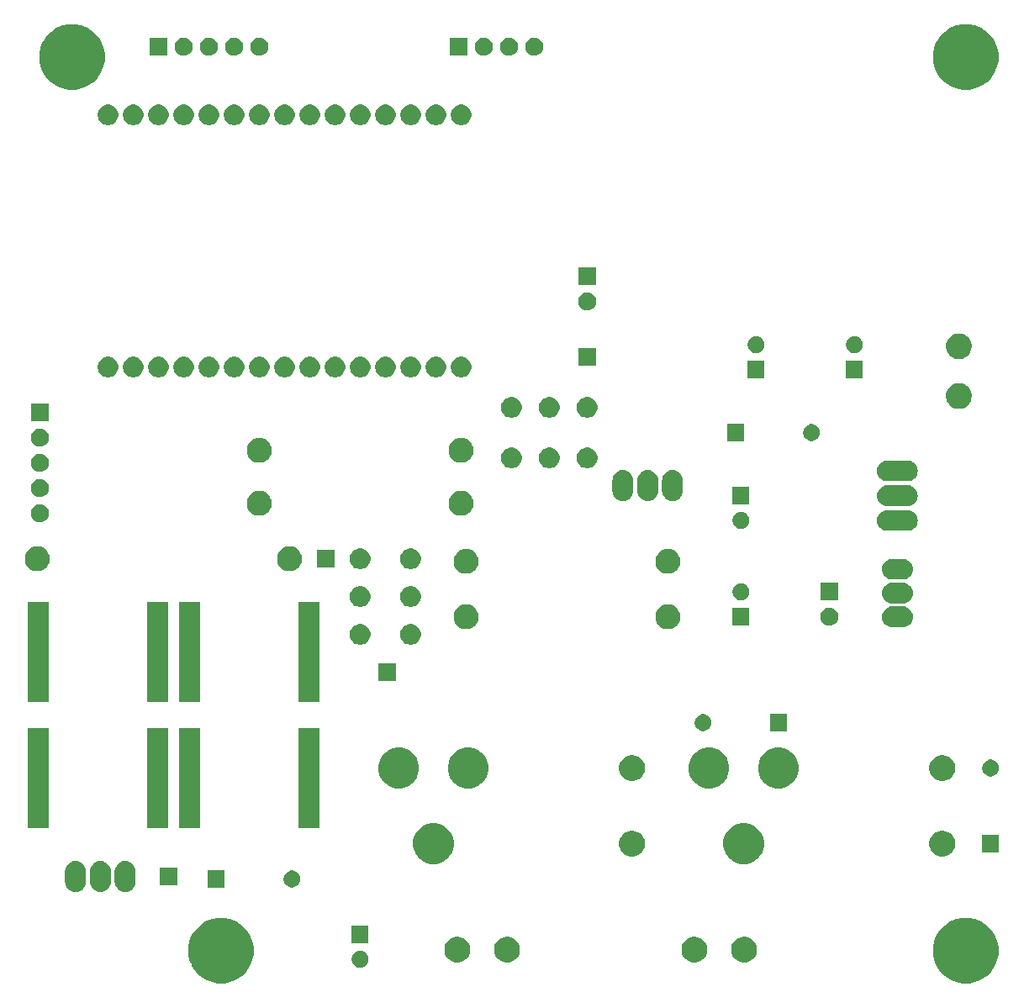
<source format=gbr>
G04 #@! TF.GenerationSoftware,KiCad,Pcbnew,(5.1.5)-3*
G04 #@! TF.CreationDate,2020-10-26T22:42:23+01:00*
G04 #@! TF.ProjectId,Fernschreiber,4665726e-7363-4687-9265-696265722e6b,v02*
G04 #@! TF.SameCoordinates,Original*
G04 #@! TF.FileFunction,Soldermask,Bot*
G04 #@! TF.FilePolarity,Negative*
%FSLAX46Y46*%
G04 Gerber Fmt 4.6, Leading zero omitted, Abs format (unit mm)*
G04 Created by KiCad (PCBNEW (5.1.5)-3) date 2020-10-26 22:42:23*
%MOMM*%
%LPD*%
G04 APERTURE LIST*
%ADD10C,0.100000*%
G04 APERTURE END LIST*
D10*
G36*
X142091865Y-132954855D02*
G01*
X142692608Y-133203691D01*
X142692610Y-133203692D01*
X143233265Y-133564946D01*
X143693054Y-134024735D01*
X144054308Y-134565390D01*
X144054309Y-134565392D01*
X144303145Y-135166135D01*
X144430000Y-135803879D01*
X144430000Y-136454121D01*
X144303145Y-137091865D01*
X144119393Y-137535481D01*
X144054308Y-137692610D01*
X143693054Y-138233265D01*
X143233265Y-138693054D01*
X142692610Y-139054308D01*
X142692609Y-139054309D01*
X142692608Y-139054309D01*
X142091865Y-139303145D01*
X141454121Y-139430000D01*
X140803879Y-139430000D01*
X140166135Y-139303145D01*
X139565392Y-139054309D01*
X139565391Y-139054309D01*
X139565390Y-139054308D01*
X139024735Y-138693054D01*
X138564946Y-138233265D01*
X138203692Y-137692610D01*
X138138607Y-137535481D01*
X137954855Y-137091865D01*
X137828000Y-136454121D01*
X137828000Y-135803879D01*
X137954855Y-135166135D01*
X138203691Y-134565392D01*
X138203692Y-134565390D01*
X138564946Y-134024735D01*
X139024735Y-133564946D01*
X139565390Y-133203692D01*
X139565392Y-133203691D01*
X140166135Y-132954855D01*
X140803879Y-132828000D01*
X141454121Y-132828000D01*
X142091865Y-132954855D01*
G37*
G36*
X67091865Y-132954855D02*
G01*
X67692608Y-133203691D01*
X67692610Y-133203692D01*
X68233265Y-133564946D01*
X68693054Y-134024735D01*
X69054308Y-134565390D01*
X69054309Y-134565392D01*
X69303145Y-135166135D01*
X69430000Y-135803879D01*
X69430000Y-136454121D01*
X69303145Y-137091865D01*
X69119393Y-137535481D01*
X69054308Y-137692610D01*
X68693054Y-138233265D01*
X68233265Y-138693054D01*
X67692610Y-139054308D01*
X67692609Y-139054309D01*
X67692608Y-139054309D01*
X67091865Y-139303145D01*
X66454121Y-139430000D01*
X65803879Y-139430000D01*
X65166135Y-139303145D01*
X64565392Y-139054309D01*
X64565391Y-139054309D01*
X64565390Y-139054308D01*
X64024735Y-138693054D01*
X63564946Y-138233265D01*
X63203692Y-137692610D01*
X63138607Y-137535481D01*
X62954855Y-137091865D01*
X62828000Y-136454121D01*
X62828000Y-135803879D01*
X62954855Y-135166135D01*
X63203691Y-134565392D01*
X63203692Y-134565390D01*
X63564946Y-134024735D01*
X64024735Y-133564946D01*
X64565390Y-133203692D01*
X64565392Y-133203691D01*
X65166135Y-132954855D01*
X65803879Y-132828000D01*
X66454121Y-132828000D01*
X67091865Y-132954855D01*
G37*
G36*
X80385228Y-136174703D02*
G01*
X80540100Y-136238853D01*
X80679481Y-136331985D01*
X80798015Y-136450519D01*
X80891147Y-136589900D01*
X80955297Y-136744772D01*
X80988000Y-136909184D01*
X80988000Y-137076816D01*
X80955297Y-137241228D01*
X80891147Y-137396100D01*
X80798015Y-137535481D01*
X80679481Y-137654015D01*
X80540100Y-137747147D01*
X80385228Y-137811297D01*
X80220816Y-137844000D01*
X80053184Y-137844000D01*
X79888772Y-137811297D01*
X79733900Y-137747147D01*
X79594519Y-137654015D01*
X79475985Y-137535481D01*
X79382853Y-137396100D01*
X79318703Y-137241228D01*
X79286000Y-137076816D01*
X79286000Y-136909184D01*
X79318703Y-136744772D01*
X79382853Y-136589900D01*
X79475985Y-136450519D01*
X79594519Y-136331985D01*
X79733900Y-136238853D01*
X79888772Y-136174703D01*
X80053184Y-136142000D01*
X80220816Y-136142000D01*
X80385228Y-136174703D01*
G37*
G36*
X95304487Y-134765996D02*
G01*
X95541253Y-134864068D01*
X95541255Y-134864069D01*
X95754339Y-135006447D01*
X95935553Y-135187661D01*
X96077932Y-135400747D01*
X96176004Y-135637513D01*
X96226000Y-135888861D01*
X96226000Y-136145139D01*
X96176004Y-136396487D01*
X96152131Y-136454121D01*
X96077931Y-136633255D01*
X95935553Y-136846339D01*
X95754339Y-137027553D01*
X95541255Y-137169931D01*
X95541254Y-137169932D01*
X95541253Y-137169932D01*
X95304487Y-137268004D01*
X95053139Y-137318000D01*
X94796861Y-137318000D01*
X94545513Y-137268004D01*
X94308747Y-137169932D01*
X94308746Y-137169932D01*
X94308745Y-137169931D01*
X94095661Y-137027553D01*
X93914447Y-136846339D01*
X93772069Y-136633255D01*
X93697869Y-136454121D01*
X93673996Y-136396487D01*
X93624000Y-136145139D01*
X93624000Y-135888861D01*
X93673996Y-135637513D01*
X93772068Y-135400747D01*
X93914447Y-135187661D01*
X94095661Y-135006447D01*
X94308745Y-134864069D01*
X94308747Y-134864068D01*
X94545513Y-134765996D01*
X94796861Y-134716000D01*
X95053139Y-134716000D01*
X95304487Y-134765996D01*
G37*
G36*
X90304487Y-134765996D02*
G01*
X90541253Y-134864068D01*
X90541255Y-134864069D01*
X90754339Y-135006447D01*
X90935553Y-135187661D01*
X91077932Y-135400747D01*
X91176004Y-135637513D01*
X91226000Y-135888861D01*
X91226000Y-136145139D01*
X91176004Y-136396487D01*
X91152131Y-136454121D01*
X91077931Y-136633255D01*
X90935553Y-136846339D01*
X90754339Y-137027553D01*
X90541255Y-137169931D01*
X90541254Y-137169932D01*
X90541253Y-137169932D01*
X90304487Y-137268004D01*
X90053139Y-137318000D01*
X89796861Y-137318000D01*
X89545513Y-137268004D01*
X89308747Y-137169932D01*
X89308746Y-137169932D01*
X89308745Y-137169931D01*
X89095661Y-137027553D01*
X88914447Y-136846339D01*
X88772069Y-136633255D01*
X88697869Y-136454121D01*
X88673996Y-136396487D01*
X88624000Y-136145139D01*
X88624000Y-135888861D01*
X88673996Y-135637513D01*
X88772068Y-135400747D01*
X88914447Y-135187661D01*
X89095661Y-135006447D01*
X89308745Y-134864069D01*
X89308747Y-134864068D01*
X89545513Y-134765996D01*
X89796861Y-134716000D01*
X90053139Y-134716000D01*
X90304487Y-134765996D01*
G37*
G36*
X119180487Y-134765996D02*
G01*
X119417253Y-134864068D01*
X119417255Y-134864069D01*
X119630339Y-135006447D01*
X119811553Y-135187661D01*
X119953932Y-135400747D01*
X120052004Y-135637513D01*
X120102000Y-135888861D01*
X120102000Y-136145139D01*
X120052004Y-136396487D01*
X120028131Y-136454121D01*
X119953931Y-136633255D01*
X119811553Y-136846339D01*
X119630339Y-137027553D01*
X119417255Y-137169931D01*
X119417254Y-137169932D01*
X119417253Y-137169932D01*
X119180487Y-137268004D01*
X118929139Y-137318000D01*
X118672861Y-137318000D01*
X118421513Y-137268004D01*
X118184747Y-137169932D01*
X118184746Y-137169932D01*
X118184745Y-137169931D01*
X117971661Y-137027553D01*
X117790447Y-136846339D01*
X117648069Y-136633255D01*
X117573869Y-136454121D01*
X117549996Y-136396487D01*
X117500000Y-136145139D01*
X117500000Y-135888861D01*
X117549996Y-135637513D01*
X117648068Y-135400747D01*
X117790447Y-135187661D01*
X117971661Y-135006447D01*
X118184745Y-134864069D01*
X118184747Y-134864068D01*
X118421513Y-134765996D01*
X118672861Y-134716000D01*
X118929139Y-134716000D01*
X119180487Y-134765996D01*
G37*
G36*
X114180487Y-134765996D02*
G01*
X114417253Y-134864068D01*
X114417255Y-134864069D01*
X114630339Y-135006447D01*
X114811553Y-135187661D01*
X114953932Y-135400747D01*
X115052004Y-135637513D01*
X115102000Y-135888861D01*
X115102000Y-136145139D01*
X115052004Y-136396487D01*
X115028131Y-136454121D01*
X114953931Y-136633255D01*
X114811553Y-136846339D01*
X114630339Y-137027553D01*
X114417255Y-137169931D01*
X114417254Y-137169932D01*
X114417253Y-137169932D01*
X114180487Y-137268004D01*
X113929139Y-137318000D01*
X113672861Y-137318000D01*
X113421513Y-137268004D01*
X113184747Y-137169932D01*
X113184746Y-137169932D01*
X113184745Y-137169931D01*
X112971661Y-137027553D01*
X112790447Y-136846339D01*
X112648069Y-136633255D01*
X112573869Y-136454121D01*
X112549996Y-136396487D01*
X112500000Y-136145139D01*
X112500000Y-135888861D01*
X112549996Y-135637513D01*
X112648068Y-135400747D01*
X112790447Y-135187661D01*
X112971661Y-135006447D01*
X113184745Y-134864069D01*
X113184747Y-134864068D01*
X113421513Y-134765996D01*
X113672861Y-134716000D01*
X113929139Y-134716000D01*
X114180487Y-134765996D01*
G37*
G36*
X80988000Y-135344000D02*
G01*
X79286000Y-135344000D01*
X79286000Y-133642000D01*
X80988000Y-133642000D01*
X80988000Y-135344000D01*
G37*
G36*
X56681031Y-127115207D02*
G01*
X56879145Y-127175305D01*
X56879148Y-127175306D01*
X56945030Y-127210521D01*
X57061729Y-127272897D01*
X57221765Y-127404235D01*
X57353103Y-127564271D01*
X57353104Y-127564273D01*
X57450694Y-127746851D01*
X57450694Y-127746852D01*
X57450695Y-127746854D01*
X57510793Y-127944968D01*
X57510793Y-127944970D01*
X57524753Y-128086703D01*
X57526000Y-128099370D01*
X57526000Y-129202630D01*
X57510793Y-129357032D01*
X57483355Y-129447481D01*
X57450694Y-129555149D01*
X57398939Y-129651975D01*
X57353103Y-129737729D01*
X57221765Y-129897765D01*
X57061729Y-130029103D01*
X56975975Y-130074939D01*
X56879149Y-130126694D01*
X56879146Y-130126695D01*
X56681032Y-130186793D01*
X56475000Y-130207085D01*
X56268969Y-130186793D01*
X56070855Y-130126695D01*
X56070852Y-130126694D01*
X55974026Y-130074939D01*
X55888272Y-130029103D01*
X55728236Y-129897765D01*
X55596898Y-129737729D01*
X55574184Y-129695234D01*
X55499305Y-129555147D01*
X55439207Y-129357030D01*
X55424000Y-129202631D01*
X55424000Y-128099370D01*
X55439207Y-127944971D01*
X55439207Y-127944969D01*
X55499305Y-127746855D01*
X55499306Y-127746852D01*
X55534521Y-127680970D01*
X55596897Y-127564271D01*
X55728235Y-127404235D01*
X55888271Y-127272897D01*
X55974025Y-127227061D01*
X56070851Y-127175306D01*
X56070854Y-127175305D01*
X56268968Y-127115207D01*
X56475000Y-127094915D01*
X56681031Y-127115207D01*
G37*
G36*
X54181031Y-127115207D02*
G01*
X54379145Y-127175305D01*
X54379148Y-127175306D01*
X54445030Y-127210521D01*
X54561729Y-127272897D01*
X54721765Y-127404235D01*
X54853103Y-127564271D01*
X54853104Y-127564273D01*
X54950694Y-127746851D01*
X54950694Y-127746852D01*
X54950695Y-127746854D01*
X55010793Y-127944968D01*
X55010793Y-127944970D01*
X55024753Y-128086703D01*
X55026000Y-128099370D01*
X55026000Y-129202630D01*
X55010793Y-129357032D01*
X54983355Y-129447481D01*
X54950694Y-129555149D01*
X54898939Y-129651975D01*
X54853103Y-129737729D01*
X54721765Y-129897765D01*
X54561729Y-130029103D01*
X54475975Y-130074939D01*
X54379149Y-130126694D01*
X54379146Y-130126695D01*
X54181032Y-130186793D01*
X53975000Y-130207085D01*
X53768969Y-130186793D01*
X53570855Y-130126695D01*
X53570852Y-130126694D01*
X53474026Y-130074939D01*
X53388272Y-130029103D01*
X53228236Y-129897765D01*
X53096898Y-129737729D01*
X53074184Y-129695234D01*
X52999305Y-129555147D01*
X52939207Y-129357030D01*
X52924000Y-129202631D01*
X52924000Y-128099370D01*
X52939207Y-127944971D01*
X52939207Y-127944969D01*
X52999305Y-127746855D01*
X52999306Y-127746852D01*
X53034521Y-127680970D01*
X53096897Y-127564271D01*
X53228235Y-127404235D01*
X53388271Y-127272897D01*
X53474025Y-127227061D01*
X53570851Y-127175306D01*
X53570854Y-127175305D01*
X53768968Y-127115207D01*
X53975000Y-127094915D01*
X54181031Y-127115207D01*
G37*
G36*
X51681031Y-127115207D02*
G01*
X51879145Y-127175305D01*
X51879148Y-127175306D01*
X51945030Y-127210521D01*
X52061729Y-127272897D01*
X52221765Y-127404235D01*
X52353103Y-127564271D01*
X52353104Y-127564273D01*
X52450694Y-127746851D01*
X52450694Y-127746852D01*
X52450695Y-127746854D01*
X52510793Y-127944968D01*
X52510793Y-127944970D01*
X52524753Y-128086703D01*
X52526000Y-128099370D01*
X52526000Y-129202630D01*
X52510793Y-129357032D01*
X52483355Y-129447481D01*
X52450694Y-129555149D01*
X52398939Y-129651975D01*
X52353103Y-129737729D01*
X52221765Y-129897765D01*
X52061729Y-130029103D01*
X51975975Y-130074939D01*
X51879149Y-130126694D01*
X51879146Y-130126695D01*
X51681032Y-130186793D01*
X51475000Y-130207085D01*
X51268969Y-130186793D01*
X51070855Y-130126695D01*
X51070852Y-130126694D01*
X50974026Y-130074939D01*
X50888272Y-130029103D01*
X50728236Y-129897765D01*
X50596898Y-129737729D01*
X50574184Y-129695234D01*
X50499305Y-129555147D01*
X50439207Y-129357030D01*
X50424000Y-129202631D01*
X50424000Y-128099370D01*
X50439207Y-127944971D01*
X50439207Y-127944969D01*
X50499305Y-127746855D01*
X50499306Y-127746852D01*
X50534521Y-127680970D01*
X50596897Y-127564271D01*
X50728235Y-127404235D01*
X50888271Y-127272897D01*
X50974025Y-127227061D01*
X51070851Y-127175306D01*
X51070854Y-127175305D01*
X51268968Y-127115207D01*
X51475000Y-127094915D01*
X51681031Y-127115207D01*
G37*
G36*
X73527228Y-128086703D02*
G01*
X73682100Y-128150853D01*
X73821481Y-128243985D01*
X73940015Y-128362519D01*
X74033147Y-128501900D01*
X74097297Y-128656772D01*
X74130000Y-128821184D01*
X74130000Y-128988816D01*
X74097297Y-129153228D01*
X74033147Y-129308100D01*
X73940015Y-129447481D01*
X73821481Y-129566015D01*
X73682100Y-129659147D01*
X73527228Y-129723297D01*
X73362816Y-129756000D01*
X73195184Y-129756000D01*
X73030772Y-129723297D01*
X72875900Y-129659147D01*
X72736519Y-129566015D01*
X72617985Y-129447481D01*
X72524853Y-129308100D01*
X72460703Y-129153228D01*
X72428000Y-128988816D01*
X72428000Y-128821184D01*
X72460703Y-128656772D01*
X72524853Y-128501900D01*
X72617985Y-128362519D01*
X72736519Y-128243985D01*
X72875900Y-128150853D01*
X73030772Y-128086703D01*
X73195184Y-128054000D01*
X73362816Y-128054000D01*
X73527228Y-128086703D01*
G37*
G36*
X66510000Y-129756000D02*
G01*
X64808000Y-129756000D01*
X64808000Y-128054000D01*
X66510000Y-128054000D01*
X66510000Y-129756000D01*
G37*
G36*
X61734000Y-129552000D02*
G01*
X59932000Y-129552000D01*
X59932000Y-127750000D01*
X61734000Y-127750000D01*
X61734000Y-129552000D01*
G37*
G36*
X119355254Y-123366818D02*
G01*
X119728511Y-123521426D01*
X119728513Y-123521427D01*
X119788284Y-123561365D01*
X120064436Y-123745884D01*
X120350116Y-124031564D01*
X120574574Y-124367489D01*
X120729182Y-124740746D01*
X120808000Y-125136993D01*
X120808000Y-125541007D01*
X120729182Y-125937254D01*
X120620349Y-126200000D01*
X120574573Y-126310513D01*
X120350116Y-126646436D01*
X120064436Y-126932116D01*
X119728513Y-127156573D01*
X119728512Y-127156574D01*
X119728511Y-127156574D01*
X119355254Y-127311182D01*
X118959007Y-127390000D01*
X118554993Y-127390000D01*
X118158746Y-127311182D01*
X117785489Y-127156574D01*
X117785488Y-127156574D01*
X117785487Y-127156573D01*
X117449564Y-126932116D01*
X117163884Y-126646436D01*
X116939427Y-126310513D01*
X116893651Y-126200000D01*
X116784818Y-125937254D01*
X116706000Y-125541007D01*
X116706000Y-125136993D01*
X116784818Y-124740746D01*
X116939426Y-124367489D01*
X117163884Y-124031564D01*
X117449564Y-123745884D01*
X117725716Y-123561365D01*
X117785487Y-123521427D01*
X117785489Y-123521426D01*
X118158746Y-123366818D01*
X118554993Y-123288000D01*
X118959007Y-123288000D01*
X119355254Y-123366818D01*
G37*
G36*
X88113254Y-123366818D02*
G01*
X88486511Y-123521426D01*
X88486513Y-123521427D01*
X88546284Y-123561365D01*
X88822436Y-123745884D01*
X89108116Y-124031564D01*
X89332574Y-124367489D01*
X89487182Y-124740746D01*
X89566000Y-125136993D01*
X89566000Y-125541007D01*
X89487182Y-125937254D01*
X89378349Y-126200000D01*
X89332573Y-126310513D01*
X89108116Y-126646436D01*
X88822436Y-126932116D01*
X88486513Y-127156573D01*
X88486512Y-127156574D01*
X88486511Y-127156574D01*
X88113254Y-127311182D01*
X87717007Y-127390000D01*
X87312993Y-127390000D01*
X86916746Y-127311182D01*
X86543489Y-127156574D01*
X86543488Y-127156574D01*
X86543487Y-127156573D01*
X86207564Y-126932116D01*
X85921884Y-126646436D01*
X85697427Y-126310513D01*
X85651651Y-126200000D01*
X85542818Y-125937254D01*
X85464000Y-125541007D01*
X85464000Y-125136993D01*
X85542818Y-124740746D01*
X85697426Y-124367489D01*
X85921884Y-124031564D01*
X86207564Y-123745884D01*
X86483716Y-123561365D01*
X86543487Y-123521427D01*
X86543489Y-123521426D01*
X86916746Y-123366818D01*
X87312993Y-123288000D01*
X87717007Y-123288000D01*
X88113254Y-123366818D01*
G37*
G36*
X139136487Y-124087996D02*
G01*
X139373253Y-124186068D01*
X139373255Y-124186069D01*
X139586339Y-124328447D01*
X139767553Y-124509661D01*
X139909932Y-124722747D01*
X140008004Y-124959513D01*
X140058000Y-125210861D01*
X140058000Y-125467139D01*
X140008004Y-125718487D01*
X139917387Y-125937254D01*
X139909931Y-125955255D01*
X139767553Y-126168339D01*
X139586339Y-126349553D01*
X139373255Y-126491931D01*
X139373254Y-126491932D01*
X139373253Y-126491932D01*
X139136487Y-126590004D01*
X138885139Y-126640000D01*
X138628861Y-126640000D01*
X138377513Y-126590004D01*
X138140747Y-126491932D01*
X138140746Y-126491932D01*
X138140745Y-126491931D01*
X137927661Y-126349553D01*
X137746447Y-126168339D01*
X137604069Y-125955255D01*
X137596613Y-125937254D01*
X137505996Y-125718487D01*
X137456000Y-125467139D01*
X137456000Y-125210861D01*
X137505996Y-124959513D01*
X137604068Y-124722747D01*
X137746447Y-124509661D01*
X137927661Y-124328447D01*
X138140745Y-124186069D01*
X138140747Y-124186068D01*
X138377513Y-124087996D01*
X138628861Y-124038000D01*
X138885139Y-124038000D01*
X139136487Y-124087996D01*
G37*
G36*
X107894487Y-124087996D02*
G01*
X108131253Y-124186068D01*
X108131255Y-124186069D01*
X108344339Y-124328447D01*
X108525553Y-124509661D01*
X108667932Y-124722747D01*
X108766004Y-124959513D01*
X108816000Y-125210861D01*
X108816000Y-125467139D01*
X108766004Y-125718487D01*
X108675387Y-125937254D01*
X108667931Y-125955255D01*
X108525553Y-126168339D01*
X108344339Y-126349553D01*
X108131255Y-126491931D01*
X108131254Y-126491932D01*
X108131253Y-126491932D01*
X107894487Y-126590004D01*
X107643139Y-126640000D01*
X107386861Y-126640000D01*
X107135513Y-126590004D01*
X106898747Y-126491932D01*
X106898746Y-126491932D01*
X106898745Y-126491931D01*
X106685661Y-126349553D01*
X106504447Y-126168339D01*
X106362069Y-125955255D01*
X106354613Y-125937254D01*
X106263996Y-125718487D01*
X106214000Y-125467139D01*
X106214000Y-125210861D01*
X106263996Y-124959513D01*
X106362068Y-124722747D01*
X106504447Y-124509661D01*
X106685661Y-124328447D01*
X106898745Y-124186069D01*
X106898747Y-124186068D01*
X107135513Y-124087996D01*
X107386861Y-124038000D01*
X107643139Y-124038000D01*
X107894487Y-124087996D01*
G37*
G36*
X144488000Y-126200000D02*
G01*
X142786000Y-126200000D01*
X142786000Y-124498000D01*
X144488000Y-124498000D01*
X144488000Y-126200000D01*
G37*
G36*
X48772000Y-123796000D02*
G01*
X46670000Y-123796000D01*
X46670000Y-113694000D01*
X48772000Y-113694000D01*
X48772000Y-123796000D01*
G37*
G36*
X60772000Y-123796000D02*
G01*
X58670000Y-123796000D01*
X58670000Y-113694000D01*
X60772000Y-113694000D01*
X60772000Y-123796000D01*
G37*
G36*
X64012000Y-123796000D02*
G01*
X61910000Y-123796000D01*
X61910000Y-113694000D01*
X64012000Y-113694000D01*
X64012000Y-123796000D01*
G37*
G36*
X76012000Y-123796000D02*
G01*
X73910000Y-123796000D01*
X73910000Y-113694000D01*
X76012000Y-113694000D01*
X76012000Y-123796000D01*
G37*
G36*
X115855254Y-115766818D02*
G01*
X116228511Y-115921426D01*
X116228513Y-115921427D01*
X116564436Y-116145884D01*
X116850116Y-116431564D01*
X117074574Y-116767489D01*
X117229182Y-117140746D01*
X117308000Y-117536993D01*
X117308000Y-117941007D01*
X117229182Y-118337254D01*
X117128633Y-118580000D01*
X117074573Y-118710513D01*
X116850116Y-119046436D01*
X116564436Y-119332116D01*
X116228513Y-119556573D01*
X116228512Y-119556574D01*
X116228511Y-119556574D01*
X115855254Y-119711182D01*
X115459007Y-119790000D01*
X115054993Y-119790000D01*
X114658746Y-119711182D01*
X114285489Y-119556574D01*
X114285488Y-119556574D01*
X114285487Y-119556573D01*
X113949564Y-119332116D01*
X113663884Y-119046436D01*
X113439427Y-118710513D01*
X113385367Y-118580000D01*
X113284818Y-118337254D01*
X113206000Y-117941007D01*
X113206000Y-117536993D01*
X113284818Y-117140746D01*
X113439426Y-116767489D01*
X113663884Y-116431564D01*
X113949564Y-116145884D01*
X114285487Y-115921427D01*
X114285489Y-115921426D01*
X114658746Y-115766818D01*
X115054993Y-115688000D01*
X115459007Y-115688000D01*
X115855254Y-115766818D01*
G37*
G36*
X122855254Y-115766818D02*
G01*
X123228511Y-115921426D01*
X123228513Y-115921427D01*
X123564436Y-116145884D01*
X123850116Y-116431564D01*
X124074574Y-116767489D01*
X124229182Y-117140746D01*
X124308000Y-117536993D01*
X124308000Y-117941007D01*
X124229182Y-118337254D01*
X124128633Y-118580000D01*
X124074573Y-118710513D01*
X123850116Y-119046436D01*
X123564436Y-119332116D01*
X123228513Y-119556573D01*
X123228512Y-119556574D01*
X123228511Y-119556574D01*
X122855254Y-119711182D01*
X122459007Y-119790000D01*
X122054993Y-119790000D01*
X121658746Y-119711182D01*
X121285489Y-119556574D01*
X121285488Y-119556574D01*
X121285487Y-119556573D01*
X120949564Y-119332116D01*
X120663884Y-119046436D01*
X120439427Y-118710513D01*
X120385367Y-118580000D01*
X120284818Y-118337254D01*
X120206000Y-117941007D01*
X120206000Y-117536993D01*
X120284818Y-117140746D01*
X120439426Y-116767489D01*
X120663884Y-116431564D01*
X120949564Y-116145884D01*
X121285487Y-115921427D01*
X121285489Y-115921426D01*
X121658746Y-115766818D01*
X122054993Y-115688000D01*
X122459007Y-115688000D01*
X122855254Y-115766818D01*
G37*
G36*
X84613254Y-115766818D02*
G01*
X84986511Y-115921426D01*
X84986513Y-115921427D01*
X85322436Y-116145884D01*
X85608116Y-116431564D01*
X85832574Y-116767489D01*
X85987182Y-117140746D01*
X86066000Y-117536993D01*
X86066000Y-117941007D01*
X85987182Y-118337254D01*
X85886633Y-118580000D01*
X85832573Y-118710513D01*
X85608116Y-119046436D01*
X85322436Y-119332116D01*
X84986513Y-119556573D01*
X84986512Y-119556574D01*
X84986511Y-119556574D01*
X84613254Y-119711182D01*
X84217007Y-119790000D01*
X83812993Y-119790000D01*
X83416746Y-119711182D01*
X83043489Y-119556574D01*
X83043488Y-119556574D01*
X83043487Y-119556573D01*
X82707564Y-119332116D01*
X82421884Y-119046436D01*
X82197427Y-118710513D01*
X82143367Y-118580000D01*
X82042818Y-118337254D01*
X81964000Y-117941007D01*
X81964000Y-117536993D01*
X82042818Y-117140746D01*
X82197426Y-116767489D01*
X82421884Y-116431564D01*
X82707564Y-116145884D01*
X83043487Y-115921427D01*
X83043489Y-115921426D01*
X83416746Y-115766818D01*
X83812993Y-115688000D01*
X84217007Y-115688000D01*
X84613254Y-115766818D01*
G37*
G36*
X91613254Y-115766818D02*
G01*
X91986511Y-115921426D01*
X91986513Y-115921427D01*
X92322436Y-116145884D01*
X92608116Y-116431564D01*
X92832574Y-116767489D01*
X92987182Y-117140746D01*
X93066000Y-117536993D01*
X93066000Y-117941007D01*
X92987182Y-118337254D01*
X92886633Y-118580000D01*
X92832573Y-118710513D01*
X92608116Y-119046436D01*
X92322436Y-119332116D01*
X91986513Y-119556573D01*
X91986512Y-119556574D01*
X91986511Y-119556574D01*
X91613254Y-119711182D01*
X91217007Y-119790000D01*
X90812993Y-119790000D01*
X90416746Y-119711182D01*
X90043489Y-119556574D01*
X90043488Y-119556574D01*
X90043487Y-119556573D01*
X89707564Y-119332116D01*
X89421884Y-119046436D01*
X89197427Y-118710513D01*
X89143367Y-118580000D01*
X89042818Y-118337254D01*
X88964000Y-117941007D01*
X88964000Y-117536993D01*
X89042818Y-117140746D01*
X89197426Y-116767489D01*
X89421884Y-116431564D01*
X89707564Y-116145884D01*
X90043487Y-115921427D01*
X90043489Y-115921426D01*
X90416746Y-115766818D01*
X90812993Y-115688000D01*
X91217007Y-115688000D01*
X91613254Y-115766818D01*
G37*
G36*
X107894487Y-116487996D02*
G01*
X108131253Y-116586068D01*
X108131255Y-116586069D01*
X108344339Y-116728447D01*
X108525553Y-116909661D01*
X108631342Y-117067985D01*
X108667932Y-117122747D01*
X108766004Y-117359513D01*
X108816000Y-117610861D01*
X108816000Y-117867139D01*
X108766004Y-118118487D01*
X108675387Y-118337254D01*
X108667931Y-118355255D01*
X108525553Y-118568339D01*
X108344339Y-118749553D01*
X108131255Y-118891931D01*
X108131254Y-118891932D01*
X108131253Y-118891932D01*
X107894487Y-118990004D01*
X107643139Y-119040000D01*
X107386861Y-119040000D01*
X107135513Y-118990004D01*
X106898747Y-118891932D01*
X106898746Y-118891932D01*
X106898745Y-118891931D01*
X106685661Y-118749553D01*
X106504447Y-118568339D01*
X106362069Y-118355255D01*
X106354613Y-118337254D01*
X106263996Y-118118487D01*
X106214000Y-117867139D01*
X106214000Y-117610861D01*
X106263996Y-117359513D01*
X106362068Y-117122747D01*
X106398659Y-117067985D01*
X106504447Y-116909661D01*
X106685661Y-116728447D01*
X106898745Y-116586069D01*
X106898747Y-116586068D01*
X107135513Y-116487996D01*
X107386861Y-116438000D01*
X107643139Y-116438000D01*
X107894487Y-116487996D01*
G37*
G36*
X139136487Y-116487996D02*
G01*
X139373253Y-116586068D01*
X139373255Y-116586069D01*
X139586339Y-116728447D01*
X139767553Y-116909661D01*
X139873342Y-117067985D01*
X139909932Y-117122747D01*
X140008004Y-117359513D01*
X140058000Y-117610861D01*
X140058000Y-117867139D01*
X140008004Y-118118487D01*
X139917387Y-118337254D01*
X139909931Y-118355255D01*
X139767553Y-118568339D01*
X139586339Y-118749553D01*
X139373255Y-118891931D01*
X139373254Y-118891932D01*
X139373253Y-118891932D01*
X139136487Y-118990004D01*
X138885139Y-119040000D01*
X138628861Y-119040000D01*
X138377513Y-118990004D01*
X138140747Y-118891932D01*
X138140746Y-118891932D01*
X138140745Y-118891931D01*
X137927661Y-118749553D01*
X137746447Y-118568339D01*
X137604069Y-118355255D01*
X137596613Y-118337254D01*
X137505996Y-118118487D01*
X137456000Y-117867139D01*
X137456000Y-117610861D01*
X137505996Y-117359513D01*
X137604068Y-117122747D01*
X137640659Y-117067985D01*
X137746447Y-116909661D01*
X137927661Y-116728447D01*
X138140745Y-116586069D01*
X138140747Y-116586068D01*
X138377513Y-116487996D01*
X138628861Y-116438000D01*
X138885139Y-116438000D01*
X139136487Y-116487996D01*
G37*
G36*
X143885228Y-116910703D02*
G01*
X144040100Y-116974853D01*
X144179481Y-117067985D01*
X144298015Y-117186519D01*
X144391147Y-117325900D01*
X144455297Y-117480772D01*
X144488000Y-117645184D01*
X144488000Y-117812816D01*
X144455297Y-117977228D01*
X144391147Y-118132100D01*
X144298015Y-118271481D01*
X144179481Y-118390015D01*
X144040100Y-118483147D01*
X143885228Y-118547297D01*
X143720816Y-118580000D01*
X143553184Y-118580000D01*
X143388772Y-118547297D01*
X143233900Y-118483147D01*
X143094519Y-118390015D01*
X142975985Y-118271481D01*
X142882853Y-118132100D01*
X142818703Y-117977228D01*
X142786000Y-117812816D01*
X142786000Y-117645184D01*
X142818703Y-117480772D01*
X142882853Y-117325900D01*
X142975985Y-117186519D01*
X143094519Y-117067985D01*
X143233900Y-116974853D01*
X143388772Y-116910703D01*
X143553184Y-116878000D01*
X143720816Y-116878000D01*
X143885228Y-116910703D01*
G37*
G36*
X114929228Y-112338703D02*
G01*
X115084100Y-112402853D01*
X115223481Y-112495985D01*
X115342015Y-112614519D01*
X115435147Y-112753900D01*
X115499297Y-112908772D01*
X115532000Y-113073184D01*
X115532000Y-113240816D01*
X115499297Y-113405228D01*
X115435147Y-113560100D01*
X115342015Y-113699481D01*
X115223481Y-113818015D01*
X115084100Y-113911147D01*
X114929228Y-113975297D01*
X114764816Y-114008000D01*
X114597184Y-114008000D01*
X114432772Y-113975297D01*
X114277900Y-113911147D01*
X114138519Y-113818015D01*
X114019985Y-113699481D01*
X113926853Y-113560100D01*
X113862703Y-113405228D01*
X113830000Y-113240816D01*
X113830000Y-113073184D01*
X113862703Y-112908772D01*
X113926853Y-112753900D01*
X114019985Y-112614519D01*
X114138519Y-112495985D01*
X114277900Y-112402853D01*
X114432772Y-112338703D01*
X114597184Y-112306000D01*
X114764816Y-112306000D01*
X114929228Y-112338703D01*
G37*
G36*
X123152000Y-114008000D02*
G01*
X121450000Y-114008000D01*
X121450000Y-112306000D01*
X123152000Y-112306000D01*
X123152000Y-114008000D01*
G37*
G36*
X48772000Y-111096000D02*
G01*
X46670000Y-111096000D01*
X46670000Y-100994000D01*
X48772000Y-100994000D01*
X48772000Y-111096000D01*
G37*
G36*
X76012000Y-111096000D02*
G01*
X73910000Y-111096000D01*
X73910000Y-100994000D01*
X76012000Y-100994000D01*
X76012000Y-111096000D01*
G37*
G36*
X60772000Y-111096000D02*
G01*
X58670000Y-111096000D01*
X58670000Y-100994000D01*
X60772000Y-100994000D01*
X60772000Y-111096000D01*
G37*
G36*
X64012000Y-111096000D02*
G01*
X61910000Y-111096000D01*
X61910000Y-100994000D01*
X64012000Y-100994000D01*
X64012000Y-111096000D01*
G37*
G36*
X83730400Y-108978000D02*
G01*
X81928400Y-108978000D01*
X81928400Y-107176000D01*
X83730400Y-107176000D01*
X83730400Y-108978000D01*
G37*
G36*
X85523564Y-103256389D02*
G01*
X85714833Y-103335615D01*
X85714835Y-103335616D01*
X85886973Y-103450635D01*
X86033365Y-103597027D01*
X86128897Y-103740000D01*
X86148385Y-103769167D01*
X86227611Y-103960436D01*
X86268000Y-104163484D01*
X86268000Y-104370516D01*
X86227611Y-104573564D01*
X86148385Y-104764833D01*
X86148384Y-104764835D01*
X86033365Y-104936973D01*
X85886973Y-105083365D01*
X85714835Y-105198384D01*
X85714834Y-105198385D01*
X85714833Y-105198385D01*
X85523564Y-105277611D01*
X85320516Y-105318000D01*
X85113484Y-105318000D01*
X84910436Y-105277611D01*
X84719167Y-105198385D01*
X84719166Y-105198385D01*
X84719165Y-105198384D01*
X84547027Y-105083365D01*
X84400635Y-104936973D01*
X84285616Y-104764835D01*
X84285615Y-104764833D01*
X84206389Y-104573564D01*
X84166000Y-104370516D01*
X84166000Y-104163484D01*
X84206389Y-103960436D01*
X84285615Y-103769167D01*
X84305104Y-103740000D01*
X84400635Y-103597027D01*
X84547027Y-103450635D01*
X84719165Y-103335616D01*
X84719167Y-103335615D01*
X84910436Y-103256389D01*
X85113484Y-103216000D01*
X85320516Y-103216000D01*
X85523564Y-103256389D01*
G37*
G36*
X80443564Y-103256389D02*
G01*
X80634833Y-103335615D01*
X80634835Y-103335616D01*
X80806973Y-103450635D01*
X80953365Y-103597027D01*
X81048897Y-103740000D01*
X81068385Y-103769167D01*
X81147611Y-103960436D01*
X81188000Y-104163484D01*
X81188000Y-104370516D01*
X81147611Y-104573564D01*
X81068385Y-104764833D01*
X81068384Y-104764835D01*
X80953365Y-104936973D01*
X80806973Y-105083365D01*
X80634835Y-105198384D01*
X80634834Y-105198385D01*
X80634833Y-105198385D01*
X80443564Y-105277611D01*
X80240516Y-105318000D01*
X80033484Y-105318000D01*
X79830436Y-105277611D01*
X79639167Y-105198385D01*
X79639166Y-105198385D01*
X79639165Y-105198384D01*
X79467027Y-105083365D01*
X79320635Y-104936973D01*
X79205616Y-104764835D01*
X79205615Y-104764833D01*
X79126389Y-104573564D01*
X79086000Y-104370516D01*
X79086000Y-104163484D01*
X79126389Y-103960436D01*
X79205615Y-103769167D01*
X79225104Y-103740000D01*
X79320635Y-103597027D01*
X79467027Y-103450635D01*
X79639165Y-103335616D01*
X79639167Y-103335615D01*
X79830436Y-103256389D01*
X80033484Y-103216000D01*
X80240516Y-103216000D01*
X80443564Y-103256389D01*
G37*
G36*
X111489903Y-101286075D02*
G01*
X111717571Y-101380378D01*
X111922466Y-101517285D01*
X112096715Y-101691534D01*
X112096716Y-101691536D01*
X112233623Y-101896431D01*
X112327925Y-102124097D01*
X112376000Y-102365786D01*
X112376000Y-102612214D01*
X112327925Y-102853903D01*
X112244376Y-103055610D01*
X112233622Y-103081571D01*
X112096715Y-103286466D01*
X111922466Y-103460715D01*
X111717571Y-103597622D01*
X111717570Y-103597623D01*
X111717569Y-103597623D01*
X111489903Y-103691925D01*
X111248214Y-103740000D01*
X111001786Y-103740000D01*
X110760097Y-103691925D01*
X110532431Y-103597623D01*
X110532430Y-103597623D01*
X110532429Y-103597622D01*
X110327534Y-103460715D01*
X110153285Y-103286466D01*
X110016378Y-103081571D01*
X110005625Y-103055610D01*
X109922075Y-102853903D01*
X109874000Y-102612214D01*
X109874000Y-102365786D01*
X109922075Y-102124097D01*
X110016377Y-101896431D01*
X110153284Y-101691536D01*
X110153285Y-101691534D01*
X110327534Y-101517285D01*
X110532429Y-101380378D01*
X110760097Y-101286075D01*
X111001786Y-101238000D01*
X111248214Y-101238000D01*
X111489903Y-101286075D01*
G37*
G36*
X91169903Y-101286075D02*
G01*
X91397571Y-101380378D01*
X91602466Y-101517285D01*
X91776715Y-101691534D01*
X91776716Y-101691536D01*
X91913623Y-101896431D01*
X92007925Y-102124097D01*
X92056000Y-102365786D01*
X92056000Y-102612214D01*
X92007925Y-102853903D01*
X91924376Y-103055610D01*
X91913622Y-103081571D01*
X91776715Y-103286466D01*
X91602466Y-103460715D01*
X91397571Y-103597622D01*
X91397570Y-103597623D01*
X91397569Y-103597623D01*
X91169903Y-103691925D01*
X90928214Y-103740000D01*
X90681786Y-103740000D01*
X90440097Y-103691925D01*
X90212431Y-103597623D01*
X90212430Y-103597623D01*
X90212429Y-103597622D01*
X90007534Y-103460715D01*
X89833285Y-103286466D01*
X89696378Y-103081571D01*
X89685625Y-103055610D01*
X89602075Y-102853903D01*
X89554000Y-102612214D01*
X89554000Y-102365786D01*
X89602075Y-102124097D01*
X89696377Y-101896431D01*
X89833284Y-101691536D01*
X89833285Y-101691534D01*
X90007534Y-101517285D01*
X90212429Y-101380378D01*
X90440097Y-101286075D01*
X90681786Y-101238000D01*
X90928214Y-101238000D01*
X91169903Y-101286075D01*
G37*
G36*
X134842097Y-101455469D02*
G01*
X134945032Y-101465607D01*
X135115386Y-101517284D01*
X135143149Y-101525706D01*
X135239975Y-101577461D01*
X135325729Y-101623297D01*
X135485765Y-101754635D01*
X135617103Y-101914671D01*
X135662939Y-102000425D01*
X135714694Y-102097251D01*
X135714695Y-102097254D01*
X135774793Y-102295368D01*
X135795085Y-102501400D01*
X135774793Y-102707432D01*
X135761330Y-102751812D01*
X135714695Y-102905547D01*
X135709224Y-102915782D01*
X135617103Y-103088129D01*
X135485765Y-103248165D01*
X135325729Y-103379503D01*
X135306090Y-103390000D01*
X135143149Y-103477094D01*
X135143146Y-103477095D01*
X134945032Y-103537193D01*
X134842097Y-103547331D01*
X134790631Y-103552400D01*
X133687369Y-103552400D01*
X133635903Y-103547331D01*
X133532968Y-103537193D01*
X133334854Y-103477095D01*
X133334851Y-103477094D01*
X133171910Y-103390000D01*
X133152271Y-103379503D01*
X132992235Y-103248165D01*
X132860897Y-103088129D01*
X132768776Y-102915782D01*
X132763305Y-102905547D01*
X132716670Y-102751812D01*
X132703207Y-102707432D01*
X132682915Y-102501400D01*
X132703207Y-102295368D01*
X132763305Y-102097254D01*
X132763306Y-102097251D01*
X132815061Y-102000425D01*
X132860897Y-101914671D01*
X132992235Y-101754635D01*
X133152271Y-101623297D01*
X133238025Y-101577461D01*
X133334851Y-101525706D01*
X133362614Y-101517284D01*
X133532968Y-101465607D01*
X133635903Y-101455469D01*
X133687369Y-101450400D01*
X134790631Y-101450400D01*
X134842097Y-101455469D01*
G37*
G36*
X127494512Y-101592927D02*
G01*
X127643812Y-101622624D01*
X127807784Y-101690544D01*
X127955354Y-101789147D01*
X128080853Y-101914646D01*
X128179456Y-102062216D01*
X128247376Y-102226188D01*
X128282000Y-102400259D01*
X128282000Y-102577741D01*
X128247376Y-102751812D01*
X128179456Y-102915784D01*
X128080853Y-103063354D01*
X127955354Y-103188853D01*
X127807784Y-103287456D01*
X127643812Y-103355376D01*
X127494512Y-103385073D01*
X127469742Y-103390000D01*
X127292258Y-103390000D01*
X127267488Y-103385073D01*
X127118188Y-103355376D01*
X126954216Y-103287456D01*
X126806646Y-103188853D01*
X126681147Y-103063354D01*
X126582544Y-102915784D01*
X126514624Y-102751812D01*
X126480000Y-102577741D01*
X126480000Y-102400259D01*
X126514624Y-102226188D01*
X126582544Y-102062216D01*
X126681147Y-101914646D01*
X126806646Y-101789147D01*
X126954216Y-101690544D01*
X127118188Y-101622624D01*
X127267488Y-101592927D01*
X127292258Y-101588000D01*
X127469742Y-101588000D01*
X127494512Y-101592927D01*
G37*
G36*
X119342000Y-103340000D02*
G01*
X117640000Y-103340000D01*
X117640000Y-101638000D01*
X119342000Y-101638000D01*
X119342000Y-103340000D01*
G37*
G36*
X85523564Y-99446389D02*
G01*
X85688414Y-99514672D01*
X85714835Y-99525616D01*
X85886973Y-99640635D01*
X86033365Y-99787027D01*
X86112316Y-99905185D01*
X86148385Y-99959167D01*
X86227611Y-100150436D01*
X86268000Y-100353484D01*
X86268000Y-100560516D01*
X86227611Y-100763564D01*
X86209497Y-100807295D01*
X86148384Y-100954835D01*
X86033365Y-101126973D01*
X85886973Y-101273365D01*
X85714835Y-101388384D01*
X85714834Y-101388385D01*
X85714833Y-101388385D01*
X85523564Y-101467611D01*
X85320516Y-101508000D01*
X85113484Y-101508000D01*
X84910436Y-101467611D01*
X84719167Y-101388385D01*
X84719166Y-101388385D01*
X84719165Y-101388384D01*
X84547027Y-101273365D01*
X84400635Y-101126973D01*
X84285616Y-100954835D01*
X84224503Y-100807295D01*
X84206389Y-100763564D01*
X84166000Y-100560516D01*
X84166000Y-100353484D01*
X84206389Y-100150436D01*
X84285615Y-99959167D01*
X84321685Y-99905185D01*
X84400635Y-99787027D01*
X84547027Y-99640635D01*
X84719165Y-99525616D01*
X84745586Y-99514672D01*
X84910436Y-99446389D01*
X85113484Y-99406000D01*
X85320516Y-99406000D01*
X85523564Y-99446389D01*
G37*
G36*
X80443564Y-99446389D02*
G01*
X80608414Y-99514672D01*
X80634835Y-99525616D01*
X80806973Y-99640635D01*
X80953365Y-99787027D01*
X81032316Y-99905185D01*
X81068385Y-99959167D01*
X81147611Y-100150436D01*
X81188000Y-100353484D01*
X81188000Y-100560516D01*
X81147611Y-100763564D01*
X81129497Y-100807295D01*
X81068384Y-100954835D01*
X80953365Y-101126973D01*
X80806973Y-101273365D01*
X80634835Y-101388384D01*
X80634834Y-101388385D01*
X80634833Y-101388385D01*
X80443564Y-101467611D01*
X80240516Y-101508000D01*
X80033484Y-101508000D01*
X79830436Y-101467611D01*
X79639167Y-101388385D01*
X79639166Y-101388385D01*
X79639165Y-101388384D01*
X79467027Y-101273365D01*
X79320635Y-101126973D01*
X79205616Y-100954835D01*
X79144503Y-100807295D01*
X79126389Y-100763564D01*
X79086000Y-100560516D01*
X79086000Y-100353484D01*
X79126389Y-100150436D01*
X79205615Y-99959167D01*
X79241685Y-99905185D01*
X79320635Y-99787027D01*
X79467027Y-99640635D01*
X79639165Y-99525616D01*
X79665586Y-99514672D01*
X79830436Y-99446389D01*
X80033484Y-99406000D01*
X80240516Y-99406000D01*
X80443564Y-99446389D01*
G37*
G36*
X134842097Y-99055469D02*
G01*
X134945032Y-99065607D01*
X135143146Y-99125705D01*
X135143149Y-99125706D01*
X135227332Y-99170703D01*
X135325729Y-99223297D01*
X135485765Y-99354635D01*
X135617103Y-99514671D01*
X135622953Y-99525616D01*
X135714694Y-99697251D01*
X135714695Y-99697254D01*
X135774793Y-99895368D01*
X135795085Y-100101400D01*
X135774793Y-100307432D01*
X135749109Y-100392100D01*
X135714694Y-100505549D01*
X135700833Y-100531481D01*
X135617103Y-100688129D01*
X135485765Y-100848165D01*
X135325729Y-100979503D01*
X135239975Y-101025339D01*
X135143149Y-101077094D01*
X135143146Y-101077095D01*
X134945032Y-101137193D01*
X134842097Y-101147331D01*
X134790631Y-101152400D01*
X133687369Y-101152400D01*
X133635903Y-101147331D01*
X133532968Y-101137193D01*
X133334854Y-101077095D01*
X133334851Y-101077094D01*
X133238025Y-101025339D01*
X133152271Y-100979503D01*
X132992235Y-100848165D01*
X132860897Y-100688129D01*
X132777167Y-100531481D01*
X132763306Y-100505549D01*
X132728891Y-100392100D01*
X132703207Y-100307432D01*
X132682915Y-100101400D01*
X132703207Y-99895368D01*
X132763305Y-99697254D01*
X132763306Y-99697251D01*
X132855047Y-99525616D01*
X132860897Y-99514671D01*
X132992235Y-99354635D01*
X133152271Y-99223297D01*
X133250668Y-99170703D01*
X133334851Y-99125706D01*
X133334854Y-99125705D01*
X133532968Y-99065607D01*
X133635903Y-99055469D01*
X133687369Y-99050400D01*
X134790631Y-99050400D01*
X134842097Y-99055469D01*
G37*
G36*
X128282000Y-100850000D02*
G01*
X126480000Y-100850000D01*
X126480000Y-99048000D01*
X128282000Y-99048000D01*
X128282000Y-100850000D01*
G37*
G36*
X118739228Y-99170703D02*
G01*
X118894100Y-99234853D01*
X119033481Y-99327985D01*
X119152015Y-99446519D01*
X119245147Y-99585900D01*
X119309297Y-99740772D01*
X119342000Y-99905184D01*
X119342000Y-100072816D01*
X119309297Y-100237228D01*
X119245147Y-100392100D01*
X119152015Y-100531481D01*
X119033481Y-100650015D01*
X118894100Y-100743147D01*
X118739228Y-100807297D01*
X118574816Y-100840000D01*
X118407184Y-100840000D01*
X118242772Y-100807297D01*
X118087900Y-100743147D01*
X117948519Y-100650015D01*
X117829985Y-100531481D01*
X117736853Y-100392100D01*
X117672703Y-100237228D01*
X117640000Y-100072816D01*
X117640000Y-99905184D01*
X117672703Y-99740772D01*
X117736853Y-99585900D01*
X117829985Y-99446519D01*
X117948519Y-99327985D01*
X118087900Y-99234853D01*
X118242772Y-99170703D01*
X118407184Y-99138000D01*
X118574816Y-99138000D01*
X118739228Y-99170703D01*
G37*
G36*
X134842097Y-96655469D02*
G01*
X134945032Y-96665607D01*
X135143146Y-96725705D01*
X135143149Y-96725706D01*
X135226415Y-96770213D01*
X135325729Y-96823297D01*
X135485765Y-96954635D01*
X135617103Y-97114671D01*
X135633226Y-97144835D01*
X135714694Y-97297251D01*
X135714695Y-97297254D01*
X135774793Y-97495368D01*
X135795085Y-97701400D01*
X135774793Y-97907432D01*
X135743793Y-98009623D01*
X135714694Y-98105549D01*
X135689865Y-98152000D01*
X135617103Y-98288129D01*
X135485765Y-98448165D01*
X135325729Y-98579503D01*
X135239975Y-98625339D01*
X135143149Y-98677094D01*
X135143146Y-98677095D01*
X134945032Y-98737193D01*
X134842097Y-98747331D01*
X134790631Y-98752400D01*
X133687369Y-98752400D01*
X133635903Y-98747331D01*
X133532968Y-98737193D01*
X133334854Y-98677095D01*
X133334851Y-98677094D01*
X133238025Y-98625339D01*
X133152271Y-98579503D01*
X132992235Y-98448165D01*
X132860897Y-98288129D01*
X132788135Y-98152000D01*
X132763306Y-98105549D01*
X132734207Y-98009623D01*
X132703207Y-97907432D01*
X132682915Y-97701400D01*
X132703207Y-97495368D01*
X132763305Y-97297254D01*
X132763306Y-97297251D01*
X132844774Y-97144835D01*
X132860897Y-97114671D01*
X132992235Y-96954635D01*
X133152271Y-96823297D01*
X133251585Y-96770213D01*
X133334851Y-96725706D01*
X133334854Y-96725705D01*
X133532968Y-96665607D01*
X133635903Y-96655469D01*
X133687369Y-96650400D01*
X134790631Y-96650400D01*
X134842097Y-96655469D01*
G37*
G36*
X91169903Y-95698075D02*
G01*
X91285605Y-95746000D01*
X91397571Y-95792378D01*
X91602466Y-95929285D01*
X91776715Y-96103534D01*
X91807206Y-96149167D01*
X91913623Y-96308431D01*
X92007925Y-96536097D01*
X92054494Y-96770213D01*
X92056000Y-96777787D01*
X92056000Y-97024213D01*
X92007925Y-97265903D01*
X91913622Y-97493571D01*
X91776715Y-97698466D01*
X91602466Y-97872715D01*
X91397571Y-98009622D01*
X91397570Y-98009623D01*
X91397569Y-98009623D01*
X91169903Y-98103925D01*
X90928214Y-98152000D01*
X90681786Y-98152000D01*
X90440097Y-98103925D01*
X90212431Y-98009623D01*
X90212430Y-98009623D01*
X90212429Y-98009622D01*
X90007534Y-97872715D01*
X89833285Y-97698466D01*
X89696378Y-97493571D01*
X89602075Y-97265903D01*
X89554000Y-97024213D01*
X89554000Y-96777787D01*
X89555507Y-96770213D01*
X89602075Y-96536097D01*
X89696377Y-96308431D01*
X89802794Y-96149167D01*
X89833285Y-96103534D01*
X90007534Y-95929285D01*
X90212429Y-95792378D01*
X90324396Y-95746000D01*
X90440097Y-95698075D01*
X90681786Y-95650000D01*
X90928214Y-95650000D01*
X91169903Y-95698075D01*
G37*
G36*
X111489903Y-95698075D02*
G01*
X111605605Y-95746000D01*
X111717571Y-95792378D01*
X111922466Y-95929285D01*
X112096715Y-96103534D01*
X112127206Y-96149167D01*
X112233623Y-96308431D01*
X112327925Y-96536097D01*
X112374494Y-96770213D01*
X112376000Y-96777787D01*
X112376000Y-97024213D01*
X112327925Y-97265903D01*
X112233622Y-97493571D01*
X112096715Y-97698466D01*
X111922466Y-97872715D01*
X111717571Y-98009622D01*
X111717570Y-98009623D01*
X111717569Y-98009623D01*
X111489903Y-98103925D01*
X111248214Y-98152000D01*
X111001786Y-98152000D01*
X110760097Y-98103925D01*
X110532431Y-98009623D01*
X110532430Y-98009623D01*
X110532429Y-98009622D01*
X110327534Y-97872715D01*
X110153285Y-97698466D01*
X110016378Y-97493571D01*
X109922075Y-97265903D01*
X109874000Y-97024213D01*
X109874000Y-96777787D01*
X109875507Y-96770213D01*
X109922075Y-96536097D01*
X110016377Y-96308431D01*
X110122794Y-96149167D01*
X110153285Y-96103534D01*
X110327534Y-95929285D01*
X110532429Y-95792378D01*
X110644396Y-95746000D01*
X110760097Y-95698075D01*
X111001786Y-95650000D01*
X111248214Y-95650000D01*
X111489903Y-95698075D01*
G37*
G36*
X73389903Y-95444075D02*
G01*
X73617571Y-95538378D01*
X73822466Y-95675285D01*
X73996715Y-95849534D01*
X73996716Y-95849536D01*
X74133623Y-96054431D01*
X74227925Y-96282097D01*
X74276000Y-96523786D01*
X74276000Y-96770214D01*
X74265441Y-96823297D01*
X74227925Y-97011903D01*
X74133622Y-97239571D01*
X73996715Y-97444466D01*
X73822466Y-97618715D01*
X73617571Y-97755622D01*
X73617570Y-97755623D01*
X73617569Y-97755623D01*
X73389903Y-97849925D01*
X73148214Y-97898000D01*
X72901786Y-97898000D01*
X72660097Y-97849925D01*
X72432431Y-97755623D01*
X72432430Y-97755623D01*
X72432429Y-97755622D01*
X72227534Y-97618715D01*
X72053285Y-97444466D01*
X71916378Y-97239571D01*
X71822075Y-97011903D01*
X71784559Y-96823297D01*
X71774000Y-96770214D01*
X71774000Y-96523786D01*
X71822075Y-96282097D01*
X71916377Y-96054431D01*
X72053284Y-95849536D01*
X72053285Y-95849534D01*
X72227534Y-95675285D01*
X72432429Y-95538378D01*
X72660097Y-95444075D01*
X72901786Y-95396000D01*
X73148214Y-95396000D01*
X73389903Y-95444075D01*
G37*
G36*
X47989903Y-95444075D02*
G01*
X48217571Y-95538378D01*
X48422466Y-95675285D01*
X48596715Y-95849534D01*
X48596716Y-95849536D01*
X48733623Y-96054431D01*
X48827925Y-96282097D01*
X48876000Y-96523786D01*
X48876000Y-96770214D01*
X48865441Y-96823297D01*
X48827925Y-97011903D01*
X48733622Y-97239571D01*
X48596715Y-97444466D01*
X48422466Y-97618715D01*
X48217571Y-97755622D01*
X48217570Y-97755623D01*
X48217569Y-97755623D01*
X47989903Y-97849925D01*
X47748214Y-97898000D01*
X47501786Y-97898000D01*
X47260097Y-97849925D01*
X47032431Y-97755623D01*
X47032430Y-97755623D01*
X47032429Y-97755622D01*
X46827534Y-97618715D01*
X46653285Y-97444466D01*
X46516378Y-97239571D01*
X46422075Y-97011903D01*
X46384559Y-96823297D01*
X46374000Y-96770214D01*
X46374000Y-96523786D01*
X46422075Y-96282097D01*
X46516377Y-96054431D01*
X46653284Y-95849536D01*
X46653285Y-95849534D01*
X46827534Y-95675285D01*
X47032429Y-95538378D01*
X47260097Y-95444075D01*
X47501786Y-95396000D01*
X47748214Y-95396000D01*
X47989903Y-95444075D01*
G37*
G36*
X85523564Y-95636389D02*
G01*
X85714833Y-95715615D01*
X85714835Y-95715616D01*
X85886973Y-95830635D01*
X86033365Y-95977027D01*
X86117896Y-96103536D01*
X86148385Y-96149167D01*
X86227611Y-96340436D01*
X86268000Y-96543484D01*
X86268000Y-96750516D01*
X86227611Y-96953564D01*
X86160878Y-97114671D01*
X86148384Y-97144835D01*
X86033365Y-97316973D01*
X85886973Y-97463365D01*
X85714835Y-97578384D01*
X85714834Y-97578385D01*
X85714833Y-97578385D01*
X85523564Y-97657611D01*
X85320516Y-97698000D01*
X85113484Y-97698000D01*
X84910436Y-97657611D01*
X84719167Y-97578385D01*
X84719166Y-97578385D01*
X84719165Y-97578384D01*
X84547027Y-97463365D01*
X84400635Y-97316973D01*
X84285616Y-97144835D01*
X84273122Y-97114671D01*
X84206389Y-96953564D01*
X84166000Y-96750516D01*
X84166000Y-96543484D01*
X84206389Y-96340436D01*
X84285615Y-96149167D01*
X84316105Y-96103536D01*
X84400635Y-95977027D01*
X84547027Y-95830635D01*
X84719165Y-95715616D01*
X84719167Y-95715615D01*
X84910436Y-95636389D01*
X85113484Y-95596000D01*
X85320516Y-95596000D01*
X85523564Y-95636389D01*
G37*
G36*
X80443564Y-95636389D02*
G01*
X80634833Y-95715615D01*
X80634835Y-95715616D01*
X80806973Y-95830635D01*
X80953365Y-95977027D01*
X81037896Y-96103536D01*
X81068385Y-96149167D01*
X81147611Y-96340436D01*
X81188000Y-96543484D01*
X81188000Y-96750516D01*
X81147611Y-96953564D01*
X81080878Y-97114671D01*
X81068384Y-97144835D01*
X80953365Y-97316973D01*
X80806973Y-97463365D01*
X80634835Y-97578384D01*
X80634834Y-97578385D01*
X80634833Y-97578385D01*
X80443564Y-97657611D01*
X80240516Y-97698000D01*
X80033484Y-97698000D01*
X79830436Y-97657611D01*
X79639167Y-97578385D01*
X79639166Y-97578385D01*
X79639165Y-97578384D01*
X79467027Y-97463365D01*
X79320635Y-97316973D01*
X79205616Y-97144835D01*
X79193122Y-97114671D01*
X79126389Y-96953564D01*
X79086000Y-96750516D01*
X79086000Y-96543484D01*
X79126389Y-96340436D01*
X79205615Y-96149167D01*
X79236105Y-96103536D01*
X79320635Y-95977027D01*
X79467027Y-95830635D01*
X79639165Y-95715616D01*
X79639167Y-95715615D01*
X79830436Y-95636389D01*
X80033484Y-95596000D01*
X80240516Y-95596000D01*
X80443564Y-95636389D01*
G37*
G36*
X77558200Y-97548000D02*
G01*
X75756200Y-97548000D01*
X75756200Y-95746000D01*
X77558200Y-95746000D01*
X77558200Y-97548000D01*
G37*
G36*
X135342097Y-91751069D02*
G01*
X135445032Y-91761207D01*
X135643146Y-91821305D01*
X135643149Y-91821306D01*
X135708928Y-91856466D01*
X135825729Y-91918897D01*
X135985765Y-92050235D01*
X136117103Y-92210271D01*
X136140754Y-92254519D01*
X136214694Y-92392851D01*
X136214695Y-92392854D01*
X136274793Y-92590968D01*
X136295085Y-92797000D01*
X136274793Y-93003032D01*
X136215013Y-93200097D01*
X136214694Y-93201149D01*
X136162939Y-93297975D01*
X136117103Y-93383729D01*
X135985765Y-93543765D01*
X135825729Y-93675103D01*
X135739975Y-93720939D01*
X135643149Y-93772694D01*
X135643146Y-93772695D01*
X135445032Y-93832793D01*
X135342097Y-93842931D01*
X135290631Y-93848000D01*
X133187369Y-93848000D01*
X133135903Y-93842931D01*
X133032968Y-93832793D01*
X132834854Y-93772695D01*
X132834851Y-93772694D01*
X132738025Y-93720939D01*
X132652271Y-93675103D01*
X132492235Y-93543765D01*
X132360897Y-93383729D01*
X132315061Y-93297975D01*
X132263306Y-93201149D01*
X132262987Y-93200097D01*
X132203207Y-93003032D01*
X132182915Y-92797000D01*
X132203207Y-92590968D01*
X132263305Y-92392854D01*
X132263306Y-92392851D01*
X132337246Y-92254519D01*
X132360897Y-92210271D01*
X132492235Y-92050235D01*
X132652271Y-91918897D01*
X132769072Y-91856466D01*
X132834851Y-91821306D01*
X132834854Y-91821305D01*
X133032968Y-91761207D01*
X133135903Y-91751069D01*
X133187369Y-91746000D01*
X135290631Y-91746000D01*
X135342097Y-91751069D01*
G37*
G36*
X118739228Y-91978703D02*
G01*
X118894100Y-92042853D01*
X119033481Y-92135985D01*
X119152015Y-92254519D01*
X119245147Y-92393900D01*
X119309297Y-92548772D01*
X119342000Y-92713184D01*
X119342000Y-92880816D01*
X119309297Y-93045228D01*
X119245147Y-93200100D01*
X119152015Y-93339481D01*
X119033481Y-93458015D01*
X118894100Y-93551147D01*
X118739228Y-93615297D01*
X118574816Y-93648000D01*
X118407184Y-93648000D01*
X118242772Y-93615297D01*
X118087900Y-93551147D01*
X117948519Y-93458015D01*
X117829985Y-93339481D01*
X117736853Y-93200100D01*
X117672703Y-93045228D01*
X117640000Y-92880816D01*
X117640000Y-92713184D01*
X117672703Y-92548772D01*
X117736853Y-92393900D01*
X117829985Y-92254519D01*
X117948519Y-92135985D01*
X118087900Y-92042853D01*
X118242772Y-91978703D01*
X118407184Y-91946000D01*
X118574816Y-91946000D01*
X118739228Y-91978703D01*
G37*
G36*
X47992512Y-91178927D02*
G01*
X48141812Y-91208624D01*
X48305784Y-91276544D01*
X48453354Y-91375147D01*
X48578853Y-91500646D01*
X48677456Y-91648216D01*
X48745376Y-91812188D01*
X48766601Y-91918897D01*
X48778498Y-91978705D01*
X48780000Y-91986259D01*
X48780000Y-92163741D01*
X48745376Y-92337812D01*
X48677456Y-92501784D01*
X48578853Y-92649354D01*
X48453354Y-92774853D01*
X48305784Y-92873456D01*
X48141812Y-92941376D01*
X47992512Y-92971073D01*
X47967742Y-92976000D01*
X47790258Y-92976000D01*
X47765488Y-92971073D01*
X47616188Y-92941376D01*
X47452216Y-92873456D01*
X47304646Y-92774853D01*
X47179147Y-92649354D01*
X47080544Y-92501784D01*
X47012624Y-92337812D01*
X46978000Y-92163741D01*
X46978000Y-91986259D01*
X46979503Y-91978705D01*
X46991399Y-91918897D01*
X47012624Y-91812188D01*
X47080544Y-91648216D01*
X47179147Y-91500646D01*
X47304646Y-91375147D01*
X47452216Y-91276544D01*
X47616188Y-91208624D01*
X47765488Y-91178927D01*
X47790258Y-91174000D01*
X47967742Y-91174000D01*
X47992512Y-91178927D01*
G37*
G36*
X70224032Y-89832629D02*
G01*
X70341903Y-89856075D01*
X70569571Y-89950378D01*
X70774466Y-90087285D01*
X70948715Y-90261534D01*
X71065290Y-90436000D01*
X71085623Y-90466431D01*
X71179925Y-90694097D01*
X71228000Y-90935786D01*
X71228000Y-91182214D01*
X71198048Y-91332793D01*
X71179925Y-91423903D01*
X71085622Y-91651571D01*
X70948715Y-91856466D01*
X70774466Y-92030715D01*
X70569571Y-92167622D01*
X70569570Y-92167623D01*
X70569569Y-92167623D01*
X70341903Y-92261925D01*
X70100214Y-92310000D01*
X69853786Y-92310000D01*
X69612097Y-92261925D01*
X69384431Y-92167623D01*
X69384430Y-92167623D01*
X69384429Y-92167622D01*
X69179534Y-92030715D01*
X69005285Y-91856466D01*
X68868378Y-91651571D01*
X68774075Y-91423903D01*
X68755952Y-91332793D01*
X68726000Y-91182214D01*
X68726000Y-90935786D01*
X68774075Y-90694097D01*
X68868377Y-90466431D01*
X68888710Y-90436000D01*
X69005285Y-90261534D01*
X69179534Y-90087285D01*
X69384429Y-89950378D01*
X69612097Y-89856075D01*
X69729968Y-89832629D01*
X69853786Y-89808000D01*
X70100214Y-89808000D01*
X70224032Y-89832629D01*
G37*
G36*
X90544032Y-89832629D02*
G01*
X90661903Y-89856075D01*
X90889571Y-89950378D01*
X91094466Y-90087285D01*
X91268715Y-90261534D01*
X91385290Y-90436000D01*
X91405623Y-90466431D01*
X91499925Y-90694097D01*
X91548000Y-90935786D01*
X91548000Y-91182214D01*
X91518048Y-91332793D01*
X91499925Y-91423903D01*
X91405622Y-91651571D01*
X91268715Y-91856466D01*
X91094466Y-92030715D01*
X90889571Y-92167622D01*
X90889570Y-92167623D01*
X90889569Y-92167623D01*
X90661903Y-92261925D01*
X90420214Y-92310000D01*
X90173786Y-92310000D01*
X89932097Y-92261925D01*
X89704431Y-92167623D01*
X89704430Y-92167623D01*
X89704429Y-92167622D01*
X89499534Y-92030715D01*
X89325285Y-91856466D01*
X89188378Y-91651571D01*
X89094075Y-91423903D01*
X89075952Y-91332793D01*
X89046000Y-91182214D01*
X89046000Y-90935786D01*
X89094075Y-90694097D01*
X89188377Y-90466431D01*
X89208710Y-90436000D01*
X89325285Y-90261534D01*
X89499534Y-90087285D01*
X89704429Y-89950378D01*
X89932097Y-89856075D01*
X90049968Y-89832629D01*
X90173786Y-89808000D01*
X90420214Y-89808000D01*
X90544032Y-89832629D01*
G37*
G36*
X135342097Y-89251069D02*
G01*
X135445032Y-89261207D01*
X135643146Y-89321305D01*
X135643149Y-89321306D01*
X135739975Y-89373061D01*
X135825729Y-89418897D01*
X135985765Y-89550235D01*
X136117103Y-89710271D01*
X136162939Y-89796025D01*
X136214694Y-89892851D01*
X136214695Y-89892854D01*
X136274793Y-90090968D01*
X136295085Y-90297000D01*
X136274793Y-90503032D01*
X136267290Y-90527765D01*
X136214694Y-90701149D01*
X136185004Y-90756694D01*
X136117103Y-90883729D01*
X135985765Y-91043765D01*
X135825729Y-91175103D01*
X135763015Y-91208624D01*
X135643149Y-91272694D01*
X135643146Y-91272695D01*
X135445032Y-91332793D01*
X135342097Y-91342931D01*
X135290631Y-91348000D01*
X133187369Y-91348000D01*
X133135903Y-91342931D01*
X133032968Y-91332793D01*
X132834854Y-91272695D01*
X132834851Y-91272694D01*
X132714985Y-91208624D01*
X132652271Y-91175103D01*
X132492235Y-91043765D01*
X132360897Y-90883729D01*
X132292996Y-90756694D01*
X132263306Y-90701149D01*
X132210710Y-90527765D01*
X132203207Y-90503032D01*
X132182915Y-90297000D01*
X132203207Y-90090968D01*
X132263305Y-89892854D01*
X132263306Y-89892851D01*
X132315061Y-89796025D01*
X132360897Y-89710271D01*
X132492235Y-89550235D01*
X132652271Y-89418897D01*
X132738025Y-89373061D01*
X132834851Y-89321306D01*
X132834854Y-89321305D01*
X133032968Y-89261207D01*
X133135903Y-89251069D01*
X133187369Y-89246000D01*
X135290631Y-89246000D01*
X135342097Y-89251069D01*
G37*
G36*
X119342000Y-91148000D02*
G01*
X117640000Y-91148000D01*
X117640000Y-89446000D01*
X119342000Y-89446000D01*
X119342000Y-91148000D01*
G37*
G36*
X106799032Y-87745207D02*
G01*
X106969768Y-87797000D01*
X106997149Y-87805306D01*
X107093975Y-87857061D01*
X107179729Y-87902897D01*
X107339765Y-88034235D01*
X107471103Y-88194271D01*
X107474779Y-88201149D01*
X107568694Y-88376851D01*
X107568695Y-88376854D01*
X107628793Y-88574968D01*
X107644000Y-88729370D01*
X107644000Y-89832630D01*
X107628793Y-89987032D01*
X107568695Y-90185145D01*
X107568694Y-90185149D01*
X107527865Y-90261534D01*
X107471103Y-90367729D01*
X107339765Y-90527765D01*
X107179729Y-90659103D01*
X107063030Y-90721479D01*
X106997148Y-90756694D01*
X106997145Y-90756695D01*
X106799031Y-90816793D01*
X106593000Y-90837085D01*
X106386968Y-90816793D01*
X106188854Y-90756695D01*
X106188851Y-90756694D01*
X106084934Y-90701149D01*
X106006271Y-90659103D01*
X105846235Y-90527765D01*
X105714897Y-90367729D01*
X105643874Y-90234853D01*
X105617306Y-90185148D01*
X105594314Y-90109354D01*
X105557207Y-89987031D01*
X105542000Y-89832629D01*
X105542000Y-88729370D01*
X105547983Y-88668624D01*
X105557207Y-88574970D01*
X105617305Y-88376853D01*
X105711222Y-88201149D01*
X105714898Y-88194271D01*
X105846236Y-88034235D01*
X106006272Y-87902897D01*
X106092026Y-87857061D01*
X106188852Y-87805306D01*
X106216233Y-87797000D01*
X106386969Y-87745207D01*
X106593000Y-87724915D01*
X106799032Y-87745207D01*
G37*
G36*
X109299032Y-87745207D02*
G01*
X109469768Y-87797000D01*
X109497149Y-87805306D01*
X109593975Y-87857061D01*
X109679729Y-87902897D01*
X109839765Y-88034235D01*
X109971103Y-88194271D01*
X109974779Y-88201149D01*
X110068694Y-88376851D01*
X110068695Y-88376854D01*
X110128793Y-88574968D01*
X110144000Y-88729370D01*
X110144000Y-89832630D01*
X110128793Y-89987032D01*
X110068695Y-90185145D01*
X110068694Y-90185149D01*
X110027865Y-90261534D01*
X109971103Y-90367729D01*
X109839765Y-90527765D01*
X109679729Y-90659103D01*
X109563030Y-90721479D01*
X109497148Y-90756694D01*
X109497145Y-90756695D01*
X109299031Y-90816793D01*
X109093000Y-90837085D01*
X108886968Y-90816793D01*
X108688854Y-90756695D01*
X108688851Y-90756694D01*
X108584934Y-90701149D01*
X108506271Y-90659103D01*
X108346235Y-90527765D01*
X108214897Y-90367729D01*
X108143874Y-90234853D01*
X108117306Y-90185148D01*
X108094314Y-90109354D01*
X108057207Y-89987031D01*
X108042000Y-89832629D01*
X108042000Y-88729370D01*
X108047983Y-88668624D01*
X108057207Y-88574970D01*
X108117305Y-88376853D01*
X108211222Y-88201149D01*
X108214898Y-88194271D01*
X108346236Y-88034235D01*
X108506272Y-87902897D01*
X108592026Y-87857061D01*
X108688852Y-87805306D01*
X108716233Y-87797000D01*
X108886969Y-87745207D01*
X109093000Y-87724915D01*
X109299032Y-87745207D01*
G37*
G36*
X111799032Y-87745207D02*
G01*
X111969768Y-87797000D01*
X111997149Y-87805306D01*
X112093975Y-87857061D01*
X112179729Y-87902897D01*
X112339765Y-88034235D01*
X112471103Y-88194271D01*
X112474779Y-88201149D01*
X112568694Y-88376851D01*
X112568695Y-88376854D01*
X112628793Y-88574968D01*
X112644000Y-88729370D01*
X112644000Y-89832630D01*
X112628793Y-89987032D01*
X112568695Y-90185145D01*
X112568694Y-90185149D01*
X112527865Y-90261534D01*
X112471103Y-90367729D01*
X112339765Y-90527765D01*
X112179729Y-90659103D01*
X112063030Y-90721479D01*
X111997148Y-90756694D01*
X111997145Y-90756695D01*
X111799031Y-90816793D01*
X111593000Y-90837085D01*
X111386968Y-90816793D01*
X111188854Y-90756695D01*
X111188851Y-90756694D01*
X111084934Y-90701149D01*
X111006271Y-90659103D01*
X110846235Y-90527765D01*
X110714897Y-90367729D01*
X110643874Y-90234853D01*
X110617306Y-90185148D01*
X110594314Y-90109354D01*
X110557207Y-89987031D01*
X110542000Y-89832629D01*
X110542000Y-88729370D01*
X110547983Y-88668624D01*
X110557207Y-88574970D01*
X110617305Y-88376853D01*
X110711222Y-88201149D01*
X110714898Y-88194271D01*
X110846236Y-88034235D01*
X111006272Y-87902897D01*
X111092026Y-87857061D01*
X111188852Y-87805306D01*
X111216233Y-87797000D01*
X111386969Y-87745207D01*
X111593000Y-87724915D01*
X111799032Y-87745207D01*
G37*
G36*
X47992512Y-88638927D02*
G01*
X48141812Y-88668624D01*
X48305784Y-88736544D01*
X48453354Y-88835147D01*
X48578853Y-88960646D01*
X48677456Y-89108216D01*
X48745376Y-89272188D01*
X48774557Y-89418897D01*
X48779949Y-89446000D01*
X48780000Y-89446259D01*
X48780000Y-89623741D01*
X48745376Y-89797812D01*
X48677456Y-89961784D01*
X48578853Y-90109354D01*
X48453354Y-90234853D01*
X48305784Y-90333456D01*
X48141812Y-90401376D01*
X47992512Y-90431073D01*
X47967742Y-90436000D01*
X47790258Y-90436000D01*
X47765488Y-90431073D01*
X47616188Y-90401376D01*
X47452216Y-90333456D01*
X47304646Y-90234853D01*
X47179147Y-90109354D01*
X47080544Y-89961784D01*
X47012624Y-89797812D01*
X46978000Y-89623741D01*
X46978000Y-89446259D01*
X46978052Y-89446000D01*
X46983443Y-89418897D01*
X47012624Y-89272188D01*
X47080544Y-89108216D01*
X47179147Y-88960646D01*
X47304646Y-88835147D01*
X47452216Y-88736544D01*
X47616188Y-88668624D01*
X47765488Y-88638927D01*
X47790258Y-88634000D01*
X47967742Y-88634000D01*
X47992512Y-88638927D01*
G37*
G36*
X135342097Y-86751069D02*
G01*
X135445032Y-86761207D01*
X135643146Y-86821305D01*
X135643149Y-86821306D01*
X135666190Y-86833622D01*
X135825729Y-86918897D01*
X135985765Y-87050235D01*
X136117103Y-87210271D01*
X136142513Y-87257811D01*
X136214694Y-87392851D01*
X136214695Y-87392854D01*
X136274793Y-87590968D01*
X136295085Y-87797000D01*
X136274793Y-88003032D01*
X136216780Y-88194272D01*
X136214694Y-88201149D01*
X136162939Y-88297975D01*
X136117103Y-88383729D01*
X135985765Y-88543765D01*
X135825729Y-88675103D01*
X135739975Y-88720939D01*
X135643149Y-88772694D01*
X135643146Y-88772695D01*
X135445032Y-88832793D01*
X135342097Y-88842931D01*
X135290631Y-88848000D01*
X133187369Y-88848000D01*
X133135903Y-88842931D01*
X133032968Y-88832793D01*
X132834854Y-88772695D01*
X132834851Y-88772694D01*
X132738025Y-88720939D01*
X132652271Y-88675103D01*
X132492235Y-88543765D01*
X132360897Y-88383729D01*
X132315061Y-88297975D01*
X132263306Y-88201149D01*
X132261220Y-88194272D01*
X132203207Y-88003032D01*
X132182915Y-87797000D01*
X132203207Y-87590968D01*
X132263305Y-87392854D01*
X132263306Y-87392851D01*
X132335487Y-87257811D01*
X132360897Y-87210271D01*
X132492235Y-87050235D01*
X132652271Y-86918897D01*
X132811810Y-86833622D01*
X132834851Y-86821306D01*
X132834854Y-86821305D01*
X133032968Y-86761207D01*
X133135903Y-86751069D01*
X133187369Y-86746000D01*
X135290631Y-86746000D01*
X135342097Y-86751069D01*
G37*
G36*
X47992512Y-86098927D02*
G01*
X48141812Y-86128624D01*
X48305784Y-86196544D01*
X48453354Y-86295147D01*
X48578853Y-86420646D01*
X48677456Y-86568216D01*
X48745376Y-86732188D01*
X48780000Y-86906259D01*
X48780000Y-87083741D01*
X48745376Y-87257812D01*
X48677456Y-87421784D01*
X48578853Y-87569354D01*
X48453354Y-87694853D01*
X48305784Y-87793456D01*
X48141812Y-87861376D01*
X47992512Y-87891073D01*
X47967742Y-87896000D01*
X47790258Y-87896000D01*
X47765488Y-87891073D01*
X47616188Y-87861376D01*
X47452216Y-87793456D01*
X47304646Y-87694853D01*
X47179147Y-87569354D01*
X47080544Y-87421784D01*
X47012624Y-87257812D01*
X46978000Y-87083741D01*
X46978000Y-86906259D01*
X47012624Y-86732188D01*
X47080544Y-86568216D01*
X47179147Y-86420646D01*
X47304646Y-86295147D01*
X47452216Y-86196544D01*
X47616188Y-86128624D01*
X47765488Y-86098927D01*
X47790258Y-86094000D01*
X47967742Y-86094000D01*
X47992512Y-86098927D01*
G37*
G36*
X103303564Y-85476389D02*
G01*
X103494833Y-85555615D01*
X103494835Y-85555616D01*
X103666973Y-85670635D01*
X103813365Y-85817027D01*
X103928385Y-85989167D01*
X104007611Y-86180436D01*
X104048000Y-86383484D01*
X104048000Y-86590516D01*
X104007611Y-86793564D01*
X103951957Y-86927925D01*
X103928384Y-86984835D01*
X103813365Y-87156973D01*
X103666973Y-87303365D01*
X103494835Y-87418384D01*
X103494834Y-87418385D01*
X103494833Y-87418385D01*
X103303564Y-87497611D01*
X103100516Y-87538000D01*
X102893484Y-87538000D01*
X102690436Y-87497611D01*
X102499167Y-87418385D01*
X102499166Y-87418385D01*
X102499165Y-87418384D01*
X102327027Y-87303365D01*
X102180635Y-87156973D01*
X102065616Y-86984835D01*
X102042043Y-86927925D01*
X101986389Y-86793564D01*
X101946000Y-86590516D01*
X101946000Y-86383484D01*
X101986389Y-86180436D01*
X102065615Y-85989167D01*
X102180635Y-85817027D01*
X102327027Y-85670635D01*
X102499165Y-85555616D01*
X102499167Y-85555615D01*
X102690436Y-85476389D01*
X102893484Y-85436000D01*
X103100516Y-85436000D01*
X103303564Y-85476389D01*
G37*
G36*
X99493564Y-85476389D02*
G01*
X99684833Y-85555615D01*
X99684835Y-85555616D01*
X99856973Y-85670635D01*
X100003365Y-85817027D01*
X100118385Y-85989167D01*
X100197611Y-86180436D01*
X100238000Y-86383484D01*
X100238000Y-86590516D01*
X100197611Y-86793564D01*
X100141957Y-86927925D01*
X100118384Y-86984835D01*
X100003365Y-87156973D01*
X99856973Y-87303365D01*
X99684835Y-87418384D01*
X99684834Y-87418385D01*
X99684833Y-87418385D01*
X99493564Y-87497611D01*
X99290516Y-87538000D01*
X99083484Y-87538000D01*
X98880436Y-87497611D01*
X98689167Y-87418385D01*
X98689166Y-87418385D01*
X98689165Y-87418384D01*
X98517027Y-87303365D01*
X98370635Y-87156973D01*
X98255616Y-86984835D01*
X98232043Y-86927925D01*
X98176389Y-86793564D01*
X98136000Y-86590516D01*
X98136000Y-86383484D01*
X98176389Y-86180436D01*
X98255615Y-85989167D01*
X98370635Y-85817027D01*
X98517027Y-85670635D01*
X98689165Y-85555616D01*
X98689167Y-85555615D01*
X98880436Y-85476389D01*
X99083484Y-85436000D01*
X99290516Y-85436000D01*
X99493564Y-85476389D01*
G37*
G36*
X95683564Y-85476389D02*
G01*
X95874833Y-85555615D01*
X95874835Y-85555616D01*
X96046973Y-85670635D01*
X96193365Y-85817027D01*
X96308385Y-85989167D01*
X96387611Y-86180436D01*
X96428000Y-86383484D01*
X96428000Y-86590516D01*
X96387611Y-86793564D01*
X96331957Y-86927925D01*
X96308384Y-86984835D01*
X96193365Y-87156973D01*
X96046973Y-87303365D01*
X95874835Y-87418384D01*
X95874834Y-87418385D01*
X95874833Y-87418385D01*
X95683564Y-87497611D01*
X95480516Y-87538000D01*
X95273484Y-87538000D01*
X95070436Y-87497611D01*
X94879167Y-87418385D01*
X94879166Y-87418385D01*
X94879165Y-87418384D01*
X94707027Y-87303365D01*
X94560635Y-87156973D01*
X94445616Y-86984835D01*
X94422043Y-86927925D01*
X94366389Y-86793564D01*
X94326000Y-86590516D01*
X94326000Y-86383484D01*
X94366389Y-86180436D01*
X94445615Y-85989167D01*
X94560635Y-85817027D01*
X94707027Y-85670635D01*
X94879165Y-85555616D01*
X94879167Y-85555615D01*
X95070436Y-85476389D01*
X95273484Y-85436000D01*
X95480516Y-85436000D01*
X95683564Y-85476389D01*
G37*
G36*
X90661903Y-84522075D02*
G01*
X90714210Y-84543741D01*
X90889571Y-84616378D01*
X91094466Y-84753285D01*
X91268715Y-84927534D01*
X91336749Y-85029354D01*
X91405623Y-85132431D01*
X91499925Y-85360097D01*
X91548000Y-85601786D01*
X91548000Y-85848214D01*
X91499925Y-86089903D01*
X91462426Y-86180435D01*
X91405622Y-86317571D01*
X91268715Y-86522466D01*
X91094466Y-86696715D01*
X90889571Y-86833622D01*
X90889570Y-86833623D01*
X90889569Y-86833623D01*
X90661903Y-86927925D01*
X90420214Y-86976000D01*
X90173786Y-86976000D01*
X89932097Y-86927925D01*
X89704431Y-86833623D01*
X89704430Y-86833623D01*
X89704429Y-86833622D01*
X89499534Y-86696715D01*
X89325285Y-86522466D01*
X89188378Y-86317571D01*
X89131575Y-86180435D01*
X89094075Y-86089903D01*
X89046000Y-85848214D01*
X89046000Y-85601786D01*
X89094075Y-85360097D01*
X89188377Y-85132431D01*
X89257251Y-85029354D01*
X89325285Y-84927534D01*
X89499534Y-84753285D01*
X89704429Y-84616378D01*
X89879791Y-84543741D01*
X89932097Y-84522075D01*
X90173786Y-84474000D01*
X90420214Y-84474000D01*
X90661903Y-84522075D01*
G37*
G36*
X70341903Y-84522075D02*
G01*
X70394210Y-84543741D01*
X70569571Y-84616378D01*
X70774466Y-84753285D01*
X70948715Y-84927534D01*
X71016749Y-85029354D01*
X71085623Y-85132431D01*
X71179925Y-85360097D01*
X71228000Y-85601786D01*
X71228000Y-85848214D01*
X71179925Y-86089903D01*
X71142426Y-86180435D01*
X71085622Y-86317571D01*
X70948715Y-86522466D01*
X70774466Y-86696715D01*
X70569571Y-86833622D01*
X70569570Y-86833623D01*
X70569569Y-86833623D01*
X70341903Y-86927925D01*
X70100214Y-86976000D01*
X69853786Y-86976000D01*
X69612097Y-86927925D01*
X69384431Y-86833623D01*
X69384430Y-86833623D01*
X69384429Y-86833622D01*
X69179534Y-86696715D01*
X69005285Y-86522466D01*
X68868378Y-86317571D01*
X68811575Y-86180435D01*
X68774075Y-86089903D01*
X68726000Y-85848214D01*
X68726000Y-85601786D01*
X68774075Y-85360097D01*
X68868377Y-85132431D01*
X68937251Y-85029354D01*
X69005285Y-84927534D01*
X69179534Y-84753285D01*
X69384429Y-84616378D01*
X69559791Y-84543741D01*
X69612097Y-84522075D01*
X69853786Y-84474000D01*
X70100214Y-84474000D01*
X70341903Y-84522075D01*
G37*
G36*
X47992512Y-83558927D02*
G01*
X48141812Y-83588624D01*
X48305784Y-83656544D01*
X48453354Y-83755147D01*
X48578853Y-83880646D01*
X48677456Y-84028216D01*
X48745376Y-84192188D01*
X48780000Y-84366259D01*
X48780000Y-84543741D01*
X48745376Y-84717812D01*
X48677456Y-84881784D01*
X48578853Y-85029354D01*
X48453354Y-85154853D01*
X48305784Y-85253456D01*
X48141812Y-85321376D01*
X47992512Y-85351073D01*
X47967742Y-85356000D01*
X47790258Y-85356000D01*
X47765488Y-85351073D01*
X47616188Y-85321376D01*
X47452216Y-85253456D01*
X47304646Y-85154853D01*
X47179147Y-85029354D01*
X47080544Y-84881784D01*
X47012624Y-84717812D01*
X46978000Y-84543741D01*
X46978000Y-84366259D01*
X47012624Y-84192188D01*
X47080544Y-84028216D01*
X47179147Y-83880646D01*
X47304646Y-83755147D01*
X47452216Y-83656544D01*
X47616188Y-83588624D01*
X47765488Y-83558927D01*
X47790258Y-83554000D01*
X47967742Y-83554000D01*
X47992512Y-83558927D01*
G37*
G36*
X118834000Y-84798000D02*
G01*
X117132000Y-84798000D01*
X117132000Y-83096000D01*
X118834000Y-83096000D01*
X118834000Y-84798000D01*
G37*
G36*
X125851228Y-83128703D02*
G01*
X126006100Y-83192853D01*
X126145481Y-83285985D01*
X126264015Y-83404519D01*
X126357147Y-83543900D01*
X126421297Y-83698772D01*
X126454000Y-83863184D01*
X126454000Y-84030816D01*
X126421297Y-84195228D01*
X126357147Y-84350100D01*
X126264015Y-84489481D01*
X126145481Y-84608015D01*
X126006100Y-84701147D01*
X125851228Y-84765297D01*
X125686816Y-84798000D01*
X125519184Y-84798000D01*
X125354772Y-84765297D01*
X125199900Y-84701147D01*
X125060519Y-84608015D01*
X124941985Y-84489481D01*
X124848853Y-84350100D01*
X124784703Y-84195228D01*
X124752000Y-84030816D01*
X124752000Y-83863184D01*
X124784703Y-83698772D01*
X124848853Y-83543900D01*
X124941985Y-83404519D01*
X125060519Y-83285985D01*
X125199900Y-83192853D01*
X125354772Y-83128703D01*
X125519184Y-83096000D01*
X125686816Y-83096000D01*
X125851228Y-83128703D01*
G37*
G36*
X48780000Y-82816000D02*
G01*
X46978000Y-82816000D01*
X46978000Y-81014000D01*
X48780000Y-81014000D01*
X48780000Y-82816000D01*
G37*
G36*
X95683564Y-80396389D02*
G01*
X95874833Y-80475615D01*
X95874835Y-80475616D01*
X96046973Y-80590635D01*
X96193365Y-80737027D01*
X96308385Y-80909167D01*
X96387611Y-81100436D01*
X96428000Y-81303484D01*
X96428000Y-81510516D01*
X96387611Y-81713564D01*
X96308385Y-81904833D01*
X96308384Y-81904835D01*
X96193365Y-82076973D01*
X96046973Y-82223365D01*
X95874835Y-82338384D01*
X95874834Y-82338385D01*
X95874833Y-82338385D01*
X95683564Y-82417611D01*
X95480516Y-82458000D01*
X95273484Y-82458000D01*
X95070436Y-82417611D01*
X94879167Y-82338385D01*
X94879166Y-82338385D01*
X94879165Y-82338384D01*
X94707027Y-82223365D01*
X94560635Y-82076973D01*
X94445616Y-81904835D01*
X94445615Y-81904833D01*
X94366389Y-81713564D01*
X94326000Y-81510516D01*
X94326000Y-81303484D01*
X94366389Y-81100436D01*
X94445615Y-80909167D01*
X94560635Y-80737027D01*
X94707027Y-80590635D01*
X94879165Y-80475616D01*
X94879167Y-80475615D01*
X95070436Y-80396389D01*
X95273484Y-80356000D01*
X95480516Y-80356000D01*
X95683564Y-80396389D01*
G37*
G36*
X99493564Y-80396389D02*
G01*
X99684833Y-80475615D01*
X99684835Y-80475616D01*
X99856973Y-80590635D01*
X100003365Y-80737027D01*
X100118385Y-80909167D01*
X100197611Y-81100436D01*
X100238000Y-81303484D01*
X100238000Y-81510516D01*
X100197611Y-81713564D01*
X100118385Y-81904833D01*
X100118384Y-81904835D01*
X100003365Y-82076973D01*
X99856973Y-82223365D01*
X99684835Y-82338384D01*
X99684834Y-82338385D01*
X99684833Y-82338385D01*
X99493564Y-82417611D01*
X99290516Y-82458000D01*
X99083484Y-82458000D01*
X98880436Y-82417611D01*
X98689167Y-82338385D01*
X98689166Y-82338385D01*
X98689165Y-82338384D01*
X98517027Y-82223365D01*
X98370635Y-82076973D01*
X98255616Y-81904835D01*
X98255615Y-81904833D01*
X98176389Y-81713564D01*
X98136000Y-81510516D01*
X98136000Y-81303484D01*
X98176389Y-81100436D01*
X98255615Y-80909167D01*
X98370635Y-80737027D01*
X98517027Y-80590635D01*
X98689165Y-80475616D01*
X98689167Y-80475615D01*
X98880436Y-80396389D01*
X99083484Y-80356000D01*
X99290516Y-80356000D01*
X99493564Y-80396389D01*
G37*
G36*
X103303564Y-80396389D02*
G01*
X103494833Y-80475615D01*
X103494835Y-80475616D01*
X103666973Y-80590635D01*
X103813365Y-80737027D01*
X103928385Y-80909167D01*
X104007611Y-81100436D01*
X104048000Y-81303484D01*
X104048000Y-81510516D01*
X104007611Y-81713564D01*
X103928385Y-81904833D01*
X103928384Y-81904835D01*
X103813365Y-82076973D01*
X103666973Y-82223365D01*
X103494835Y-82338384D01*
X103494834Y-82338385D01*
X103494833Y-82338385D01*
X103303564Y-82417611D01*
X103100516Y-82458000D01*
X102893484Y-82458000D01*
X102690436Y-82417611D01*
X102499167Y-82338385D01*
X102499166Y-82338385D01*
X102499165Y-82338384D01*
X102327027Y-82223365D01*
X102180635Y-82076973D01*
X102065616Y-81904835D01*
X102065615Y-81904833D01*
X101986389Y-81713564D01*
X101946000Y-81510516D01*
X101946000Y-81303484D01*
X101986389Y-81100436D01*
X102065615Y-80909167D01*
X102180635Y-80737027D01*
X102327027Y-80590635D01*
X102499165Y-80475616D01*
X102499167Y-80475615D01*
X102690436Y-80396389D01*
X102893484Y-80356000D01*
X103100516Y-80356000D01*
X103303564Y-80396389D01*
G37*
G36*
X140816087Y-79003996D02*
G01*
X141052853Y-79102068D01*
X141052855Y-79102069D01*
X141265939Y-79244447D01*
X141447153Y-79425661D01*
X141589532Y-79638747D01*
X141687604Y-79875513D01*
X141737600Y-80126861D01*
X141737600Y-80383139D01*
X141687604Y-80634487D01*
X141645130Y-80737027D01*
X141589531Y-80871255D01*
X141447153Y-81084339D01*
X141265939Y-81265553D01*
X141052855Y-81407931D01*
X141052854Y-81407932D01*
X141052853Y-81407932D01*
X140816087Y-81506004D01*
X140564739Y-81556000D01*
X140308461Y-81556000D01*
X140057113Y-81506004D01*
X139820347Y-81407932D01*
X139820346Y-81407932D01*
X139820345Y-81407931D01*
X139607261Y-81265553D01*
X139426047Y-81084339D01*
X139283669Y-80871255D01*
X139228070Y-80737027D01*
X139185596Y-80634487D01*
X139135600Y-80383139D01*
X139135600Y-80126861D01*
X139185596Y-79875513D01*
X139283668Y-79638747D01*
X139426047Y-79425661D01*
X139607261Y-79244447D01*
X139820345Y-79102069D01*
X139820347Y-79102068D01*
X140057113Y-79003996D01*
X140308461Y-78954000D01*
X140564739Y-78954000D01*
X140816087Y-79003996D01*
G37*
G36*
X120866000Y-78448000D02*
G01*
X119164000Y-78448000D01*
X119164000Y-76746000D01*
X120866000Y-76746000D01*
X120866000Y-78448000D01*
G37*
G36*
X130772000Y-78448000D02*
G01*
X129070000Y-78448000D01*
X129070000Y-76746000D01*
X130772000Y-76746000D01*
X130772000Y-78448000D01*
G37*
G36*
X90611564Y-76332389D02*
G01*
X90793939Y-76407931D01*
X90802835Y-76411616D01*
X90974973Y-76526635D01*
X91121365Y-76673027D01*
X91236385Y-76845167D01*
X91315611Y-77036436D01*
X91356000Y-77239484D01*
X91356000Y-77446516D01*
X91315611Y-77649564D01*
X91236385Y-77840833D01*
X91236384Y-77840835D01*
X91121365Y-78012973D01*
X90974973Y-78159365D01*
X90802835Y-78274384D01*
X90802834Y-78274385D01*
X90802833Y-78274385D01*
X90611564Y-78353611D01*
X90408516Y-78394000D01*
X90201484Y-78394000D01*
X89998436Y-78353611D01*
X89807167Y-78274385D01*
X89807166Y-78274385D01*
X89807165Y-78274384D01*
X89635027Y-78159365D01*
X89488635Y-78012973D01*
X89373616Y-77840835D01*
X89373615Y-77840833D01*
X89294389Y-77649564D01*
X89254000Y-77446516D01*
X89254000Y-77239484D01*
X89294389Y-77036436D01*
X89373615Y-76845167D01*
X89488635Y-76673027D01*
X89635027Y-76526635D01*
X89807165Y-76411616D01*
X89816061Y-76407931D01*
X89998436Y-76332389D01*
X90201484Y-76292000D01*
X90408516Y-76292000D01*
X90611564Y-76332389D01*
G37*
G36*
X88071564Y-76332389D02*
G01*
X88253939Y-76407931D01*
X88262835Y-76411616D01*
X88434973Y-76526635D01*
X88581365Y-76673027D01*
X88696385Y-76845167D01*
X88775611Y-77036436D01*
X88816000Y-77239484D01*
X88816000Y-77446516D01*
X88775611Y-77649564D01*
X88696385Y-77840833D01*
X88696384Y-77840835D01*
X88581365Y-78012973D01*
X88434973Y-78159365D01*
X88262835Y-78274384D01*
X88262834Y-78274385D01*
X88262833Y-78274385D01*
X88071564Y-78353611D01*
X87868516Y-78394000D01*
X87661484Y-78394000D01*
X87458436Y-78353611D01*
X87267167Y-78274385D01*
X87267166Y-78274385D01*
X87267165Y-78274384D01*
X87095027Y-78159365D01*
X86948635Y-78012973D01*
X86833616Y-77840835D01*
X86833615Y-77840833D01*
X86754389Y-77649564D01*
X86714000Y-77446516D01*
X86714000Y-77239484D01*
X86754389Y-77036436D01*
X86833615Y-76845167D01*
X86948635Y-76673027D01*
X87095027Y-76526635D01*
X87267165Y-76411616D01*
X87276061Y-76407931D01*
X87458436Y-76332389D01*
X87661484Y-76292000D01*
X87868516Y-76292000D01*
X88071564Y-76332389D01*
G37*
G36*
X85531564Y-76332389D02*
G01*
X85713939Y-76407931D01*
X85722835Y-76411616D01*
X85894973Y-76526635D01*
X86041365Y-76673027D01*
X86156385Y-76845167D01*
X86235611Y-77036436D01*
X86276000Y-77239484D01*
X86276000Y-77446516D01*
X86235611Y-77649564D01*
X86156385Y-77840833D01*
X86156384Y-77840835D01*
X86041365Y-78012973D01*
X85894973Y-78159365D01*
X85722835Y-78274384D01*
X85722834Y-78274385D01*
X85722833Y-78274385D01*
X85531564Y-78353611D01*
X85328516Y-78394000D01*
X85121484Y-78394000D01*
X84918436Y-78353611D01*
X84727167Y-78274385D01*
X84727166Y-78274385D01*
X84727165Y-78274384D01*
X84555027Y-78159365D01*
X84408635Y-78012973D01*
X84293616Y-77840835D01*
X84293615Y-77840833D01*
X84214389Y-77649564D01*
X84174000Y-77446516D01*
X84174000Y-77239484D01*
X84214389Y-77036436D01*
X84293615Y-76845167D01*
X84408635Y-76673027D01*
X84555027Y-76526635D01*
X84727165Y-76411616D01*
X84736061Y-76407931D01*
X84918436Y-76332389D01*
X85121484Y-76292000D01*
X85328516Y-76292000D01*
X85531564Y-76332389D01*
G37*
G36*
X82991564Y-76332389D02*
G01*
X83173939Y-76407931D01*
X83182835Y-76411616D01*
X83354973Y-76526635D01*
X83501365Y-76673027D01*
X83616385Y-76845167D01*
X83695611Y-77036436D01*
X83736000Y-77239484D01*
X83736000Y-77446516D01*
X83695611Y-77649564D01*
X83616385Y-77840833D01*
X83616384Y-77840835D01*
X83501365Y-78012973D01*
X83354973Y-78159365D01*
X83182835Y-78274384D01*
X83182834Y-78274385D01*
X83182833Y-78274385D01*
X82991564Y-78353611D01*
X82788516Y-78394000D01*
X82581484Y-78394000D01*
X82378436Y-78353611D01*
X82187167Y-78274385D01*
X82187166Y-78274385D01*
X82187165Y-78274384D01*
X82015027Y-78159365D01*
X81868635Y-78012973D01*
X81753616Y-77840835D01*
X81753615Y-77840833D01*
X81674389Y-77649564D01*
X81634000Y-77446516D01*
X81634000Y-77239484D01*
X81674389Y-77036436D01*
X81753615Y-76845167D01*
X81868635Y-76673027D01*
X82015027Y-76526635D01*
X82187165Y-76411616D01*
X82196061Y-76407931D01*
X82378436Y-76332389D01*
X82581484Y-76292000D01*
X82788516Y-76292000D01*
X82991564Y-76332389D01*
G37*
G36*
X80451564Y-76332389D02*
G01*
X80633939Y-76407931D01*
X80642835Y-76411616D01*
X80814973Y-76526635D01*
X80961365Y-76673027D01*
X81076385Y-76845167D01*
X81155611Y-77036436D01*
X81196000Y-77239484D01*
X81196000Y-77446516D01*
X81155611Y-77649564D01*
X81076385Y-77840833D01*
X81076384Y-77840835D01*
X80961365Y-78012973D01*
X80814973Y-78159365D01*
X80642835Y-78274384D01*
X80642834Y-78274385D01*
X80642833Y-78274385D01*
X80451564Y-78353611D01*
X80248516Y-78394000D01*
X80041484Y-78394000D01*
X79838436Y-78353611D01*
X79647167Y-78274385D01*
X79647166Y-78274385D01*
X79647165Y-78274384D01*
X79475027Y-78159365D01*
X79328635Y-78012973D01*
X79213616Y-77840835D01*
X79213615Y-77840833D01*
X79134389Y-77649564D01*
X79094000Y-77446516D01*
X79094000Y-77239484D01*
X79134389Y-77036436D01*
X79213615Y-76845167D01*
X79328635Y-76673027D01*
X79475027Y-76526635D01*
X79647165Y-76411616D01*
X79656061Y-76407931D01*
X79838436Y-76332389D01*
X80041484Y-76292000D01*
X80248516Y-76292000D01*
X80451564Y-76332389D01*
G37*
G36*
X77911564Y-76332389D02*
G01*
X78093939Y-76407931D01*
X78102835Y-76411616D01*
X78274973Y-76526635D01*
X78421365Y-76673027D01*
X78536385Y-76845167D01*
X78615611Y-77036436D01*
X78656000Y-77239484D01*
X78656000Y-77446516D01*
X78615611Y-77649564D01*
X78536385Y-77840833D01*
X78536384Y-77840835D01*
X78421365Y-78012973D01*
X78274973Y-78159365D01*
X78102835Y-78274384D01*
X78102834Y-78274385D01*
X78102833Y-78274385D01*
X77911564Y-78353611D01*
X77708516Y-78394000D01*
X77501484Y-78394000D01*
X77298436Y-78353611D01*
X77107167Y-78274385D01*
X77107166Y-78274385D01*
X77107165Y-78274384D01*
X76935027Y-78159365D01*
X76788635Y-78012973D01*
X76673616Y-77840835D01*
X76673615Y-77840833D01*
X76594389Y-77649564D01*
X76554000Y-77446516D01*
X76554000Y-77239484D01*
X76594389Y-77036436D01*
X76673615Y-76845167D01*
X76788635Y-76673027D01*
X76935027Y-76526635D01*
X77107165Y-76411616D01*
X77116061Y-76407931D01*
X77298436Y-76332389D01*
X77501484Y-76292000D01*
X77708516Y-76292000D01*
X77911564Y-76332389D01*
G37*
G36*
X75371564Y-76332389D02*
G01*
X75553939Y-76407931D01*
X75562835Y-76411616D01*
X75734973Y-76526635D01*
X75881365Y-76673027D01*
X75996385Y-76845167D01*
X76075611Y-77036436D01*
X76116000Y-77239484D01*
X76116000Y-77446516D01*
X76075611Y-77649564D01*
X75996385Y-77840833D01*
X75996384Y-77840835D01*
X75881365Y-78012973D01*
X75734973Y-78159365D01*
X75562835Y-78274384D01*
X75562834Y-78274385D01*
X75562833Y-78274385D01*
X75371564Y-78353611D01*
X75168516Y-78394000D01*
X74961484Y-78394000D01*
X74758436Y-78353611D01*
X74567167Y-78274385D01*
X74567166Y-78274385D01*
X74567165Y-78274384D01*
X74395027Y-78159365D01*
X74248635Y-78012973D01*
X74133616Y-77840835D01*
X74133615Y-77840833D01*
X74054389Y-77649564D01*
X74014000Y-77446516D01*
X74014000Y-77239484D01*
X74054389Y-77036436D01*
X74133615Y-76845167D01*
X74248635Y-76673027D01*
X74395027Y-76526635D01*
X74567165Y-76411616D01*
X74576061Y-76407931D01*
X74758436Y-76332389D01*
X74961484Y-76292000D01*
X75168516Y-76292000D01*
X75371564Y-76332389D01*
G37*
G36*
X70291564Y-76332389D02*
G01*
X70473939Y-76407931D01*
X70482835Y-76411616D01*
X70654973Y-76526635D01*
X70801365Y-76673027D01*
X70916385Y-76845167D01*
X70995611Y-77036436D01*
X71036000Y-77239484D01*
X71036000Y-77446516D01*
X70995611Y-77649564D01*
X70916385Y-77840833D01*
X70916384Y-77840835D01*
X70801365Y-78012973D01*
X70654973Y-78159365D01*
X70482835Y-78274384D01*
X70482834Y-78274385D01*
X70482833Y-78274385D01*
X70291564Y-78353611D01*
X70088516Y-78394000D01*
X69881484Y-78394000D01*
X69678436Y-78353611D01*
X69487167Y-78274385D01*
X69487166Y-78274385D01*
X69487165Y-78274384D01*
X69315027Y-78159365D01*
X69168635Y-78012973D01*
X69053616Y-77840835D01*
X69053615Y-77840833D01*
X68974389Y-77649564D01*
X68934000Y-77446516D01*
X68934000Y-77239484D01*
X68974389Y-77036436D01*
X69053615Y-76845167D01*
X69168635Y-76673027D01*
X69315027Y-76526635D01*
X69487165Y-76411616D01*
X69496061Y-76407931D01*
X69678436Y-76332389D01*
X69881484Y-76292000D01*
X70088516Y-76292000D01*
X70291564Y-76332389D01*
G37*
G36*
X67751564Y-76332389D02*
G01*
X67933939Y-76407931D01*
X67942835Y-76411616D01*
X68114973Y-76526635D01*
X68261365Y-76673027D01*
X68376385Y-76845167D01*
X68455611Y-77036436D01*
X68496000Y-77239484D01*
X68496000Y-77446516D01*
X68455611Y-77649564D01*
X68376385Y-77840833D01*
X68376384Y-77840835D01*
X68261365Y-78012973D01*
X68114973Y-78159365D01*
X67942835Y-78274384D01*
X67942834Y-78274385D01*
X67942833Y-78274385D01*
X67751564Y-78353611D01*
X67548516Y-78394000D01*
X67341484Y-78394000D01*
X67138436Y-78353611D01*
X66947167Y-78274385D01*
X66947166Y-78274385D01*
X66947165Y-78274384D01*
X66775027Y-78159365D01*
X66628635Y-78012973D01*
X66513616Y-77840835D01*
X66513615Y-77840833D01*
X66434389Y-77649564D01*
X66394000Y-77446516D01*
X66394000Y-77239484D01*
X66434389Y-77036436D01*
X66513615Y-76845167D01*
X66628635Y-76673027D01*
X66775027Y-76526635D01*
X66947165Y-76411616D01*
X66956061Y-76407931D01*
X67138436Y-76332389D01*
X67341484Y-76292000D01*
X67548516Y-76292000D01*
X67751564Y-76332389D01*
G37*
G36*
X65211564Y-76332389D02*
G01*
X65393939Y-76407931D01*
X65402835Y-76411616D01*
X65574973Y-76526635D01*
X65721365Y-76673027D01*
X65836385Y-76845167D01*
X65915611Y-77036436D01*
X65956000Y-77239484D01*
X65956000Y-77446516D01*
X65915611Y-77649564D01*
X65836385Y-77840833D01*
X65836384Y-77840835D01*
X65721365Y-78012973D01*
X65574973Y-78159365D01*
X65402835Y-78274384D01*
X65402834Y-78274385D01*
X65402833Y-78274385D01*
X65211564Y-78353611D01*
X65008516Y-78394000D01*
X64801484Y-78394000D01*
X64598436Y-78353611D01*
X64407167Y-78274385D01*
X64407166Y-78274385D01*
X64407165Y-78274384D01*
X64235027Y-78159365D01*
X64088635Y-78012973D01*
X63973616Y-77840835D01*
X63973615Y-77840833D01*
X63894389Y-77649564D01*
X63854000Y-77446516D01*
X63854000Y-77239484D01*
X63894389Y-77036436D01*
X63973615Y-76845167D01*
X64088635Y-76673027D01*
X64235027Y-76526635D01*
X64407165Y-76411616D01*
X64416061Y-76407931D01*
X64598436Y-76332389D01*
X64801484Y-76292000D01*
X65008516Y-76292000D01*
X65211564Y-76332389D01*
G37*
G36*
X62671564Y-76332389D02*
G01*
X62853939Y-76407931D01*
X62862835Y-76411616D01*
X63034973Y-76526635D01*
X63181365Y-76673027D01*
X63296385Y-76845167D01*
X63375611Y-77036436D01*
X63416000Y-77239484D01*
X63416000Y-77446516D01*
X63375611Y-77649564D01*
X63296385Y-77840833D01*
X63296384Y-77840835D01*
X63181365Y-78012973D01*
X63034973Y-78159365D01*
X62862835Y-78274384D01*
X62862834Y-78274385D01*
X62862833Y-78274385D01*
X62671564Y-78353611D01*
X62468516Y-78394000D01*
X62261484Y-78394000D01*
X62058436Y-78353611D01*
X61867167Y-78274385D01*
X61867166Y-78274385D01*
X61867165Y-78274384D01*
X61695027Y-78159365D01*
X61548635Y-78012973D01*
X61433616Y-77840835D01*
X61433615Y-77840833D01*
X61354389Y-77649564D01*
X61314000Y-77446516D01*
X61314000Y-77239484D01*
X61354389Y-77036436D01*
X61433615Y-76845167D01*
X61548635Y-76673027D01*
X61695027Y-76526635D01*
X61867165Y-76411616D01*
X61876061Y-76407931D01*
X62058436Y-76332389D01*
X62261484Y-76292000D01*
X62468516Y-76292000D01*
X62671564Y-76332389D01*
G37*
G36*
X60131564Y-76332389D02*
G01*
X60313939Y-76407931D01*
X60322835Y-76411616D01*
X60494973Y-76526635D01*
X60641365Y-76673027D01*
X60756385Y-76845167D01*
X60835611Y-77036436D01*
X60876000Y-77239484D01*
X60876000Y-77446516D01*
X60835611Y-77649564D01*
X60756385Y-77840833D01*
X60756384Y-77840835D01*
X60641365Y-78012973D01*
X60494973Y-78159365D01*
X60322835Y-78274384D01*
X60322834Y-78274385D01*
X60322833Y-78274385D01*
X60131564Y-78353611D01*
X59928516Y-78394000D01*
X59721484Y-78394000D01*
X59518436Y-78353611D01*
X59327167Y-78274385D01*
X59327166Y-78274385D01*
X59327165Y-78274384D01*
X59155027Y-78159365D01*
X59008635Y-78012973D01*
X58893616Y-77840835D01*
X58893615Y-77840833D01*
X58814389Y-77649564D01*
X58774000Y-77446516D01*
X58774000Y-77239484D01*
X58814389Y-77036436D01*
X58893615Y-76845167D01*
X59008635Y-76673027D01*
X59155027Y-76526635D01*
X59327165Y-76411616D01*
X59336061Y-76407931D01*
X59518436Y-76332389D01*
X59721484Y-76292000D01*
X59928516Y-76292000D01*
X60131564Y-76332389D01*
G37*
G36*
X57591564Y-76332389D02*
G01*
X57773939Y-76407931D01*
X57782835Y-76411616D01*
X57954973Y-76526635D01*
X58101365Y-76673027D01*
X58216385Y-76845167D01*
X58295611Y-77036436D01*
X58336000Y-77239484D01*
X58336000Y-77446516D01*
X58295611Y-77649564D01*
X58216385Y-77840833D01*
X58216384Y-77840835D01*
X58101365Y-78012973D01*
X57954973Y-78159365D01*
X57782835Y-78274384D01*
X57782834Y-78274385D01*
X57782833Y-78274385D01*
X57591564Y-78353611D01*
X57388516Y-78394000D01*
X57181484Y-78394000D01*
X56978436Y-78353611D01*
X56787167Y-78274385D01*
X56787166Y-78274385D01*
X56787165Y-78274384D01*
X56615027Y-78159365D01*
X56468635Y-78012973D01*
X56353616Y-77840835D01*
X56353615Y-77840833D01*
X56274389Y-77649564D01*
X56234000Y-77446516D01*
X56234000Y-77239484D01*
X56274389Y-77036436D01*
X56353615Y-76845167D01*
X56468635Y-76673027D01*
X56615027Y-76526635D01*
X56787165Y-76411616D01*
X56796061Y-76407931D01*
X56978436Y-76332389D01*
X57181484Y-76292000D01*
X57388516Y-76292000D01*
X57591564Y-76332389D01*
G37*
G36*
X55051564Y-76332389D02*
G01*
X55233939Y-76407931D01*
X55242835Y-76411616D01*
X55414973Y-76526635D01*
X55561365Y-76673027D01*
X55676385Y-76845167D01*
X55755611Y-77036436D01*
X55796000Y-77239484D01*
X55796000Y-77446516D01*
X55755611Y-77649564D01*
X55676385Y-77840833D01*
X55676384Y-77840835D01*
X55561365Y-78012973D01*
X55414973Y-78159365D01*
X55242835Y-78274384D01*
X55242834Y-78274385D01*
X55242833Y-78274385D01*
X55051564Y-78353611D01*
X54848516Y-78394000D01*
X54641484Y-78394000D01*
X54438436Y-78353611D01*
X54247167Y-78274385D01*
X54247166Y-78274385D01*
X54247165Y-78274384D01*
X54075027Y-78159365D01*
X53928635Y-78012973D01*
X53813616Y-77840835D01*
X53813615Y-77840833D01*
X53734389Y-77649564D01*
X53694000Y-77446516D01*
X53694000Y-77239484D01*
X53734389Y-77036436D01*
X53813615Y-76845167D01*
X53928635Y-76673027D01*
X54075027Y-76526635D01*
X54247165Y-76411616D01*
X54256061Y-76407931D01*
X54438436Y-76332389D01*
X54641484Y-76292000D01*
X54848516Y-76292000D01*
X55051564Y-76332389D01*
G37*
G36*
X72831564Y-76332389D02*
G01*
X73013939Y-76407931D01*
X73022835Y-76411616D01*
X73194973Y-76526635D01*
X73341365Y-76673027D01*
X73456385Y-76845167D01*
X73535611Y-77036436D01*
X73576000Y-77239484D01*
X73576000Y-77446516D01*
X73535611Y-77649564D01*
X73456385Y-77840833D01*
X73456384Y-77840835D01*
X73341365Y-78012973D01*
X73194973Y-78159365D01*
X73022835Y-78274384D01*
X73022834Y-78274385D01*
X73022833Y-78274385D01*
X72831564Y-78353611D01*
X72628516Y-78394000D01*
X72421484Y-78394000D01*
X72218436Y-78353611D01*
X72027167Y-78274385D01*
X72027166Y-78274385D01*
X72027165Y-78274384D01*
X71855027Y-78159365D01*
X71708635Y-78012973D01*
X71593616Y-77840835D01*
X71593615Y-77840833D01*
X71514389Y-77649564D01*
X71474000Y-77446516D01*
X71474000Y-77239484D01*
X71514389Y-77036436D01*
X71593615Y-76845167D01*
X71708635Y-76673027D01*
X71855027Y-76526635D01*
X72027165Y-76411616D01*
X72036061Y-76407931D01*
X72218436Y-76332389D01*
X72421484Y-76292000D01*
X72628516Y-76292000D01*
X72831564Y-76332389D01*
G37*
G36*
X103898000Y-77228000D02*
G01*
X102096000Y-77228000D01*
X102096000Y-75426000D01*
X103898000Y-75426000D01*
X103898000Y-77228000D01*
G37*
G36*
X140816087Y-74003996D02*
G01*
X141052853Y-74102068D01*
X141052855Y-74102069D01*
X141265939Y-74244447D01*
X141447153Y-74425661D01*
X141589532Y-74638747D01*
X141687604Y-74875513D01*
X141737600Y-75126861D01*
X141737600Y-75383139D01*
X141687604Y-75634487D01*
X141597860Y-75851147D01*
X141589531Y-75871255D01*
X141447153Y-76084339D01*
X141265939Y-76265553D01*
X141052855Y-76407931D01*
X141052854Y-76407932D01*
X141052853Y-76407932D01*
X140816087Y-76506004D01*
X140564739Y-76556000D01*
X140308461Y-76556000D01*
X140057113Y-76506004D01*
X139820347Y-76407932D01*
X139820346Y-76407932D01*
X139820345Y-76407931D01*
X139607261Y-76265553D01*
X139426047Y-76084339D01*
X139283669Y-75871255D01*
X139275340Y-75851147D01*
X139185596Y-75634487D01*
X139135600Y-75383139D01*
X139135600Y-75126861D01*
X139185596Y-74875513D01*
X139283668Y-74638747D01*
X139426047Y-74425661D01*
X139607261Y-74244447D01*
X139820345Y-74102069D01*
X139820347Y-74102068D01*
X140057113Y-74003996D01*
X140308461Y-73954000D01*
X140564739Y-73954000D01*
X140816087Y-74003996D01*
G37*
G36*
X130169228Y-74278703D02*
G01*
X130324100Y-74342853D01*
X130463481Y-74435985D01*
X130582015Y-74554519D01*
X130675147Y-74693900D01*
X130739297Y-74848772D01*
X130772000Y-75013184D01*
X130772000Y-75180816D01*
X130739297Y-75345228D01*
X130675147Y-75500100D01*
X130582015Y-75639481D01*
X130463481Y-75758015D01*
X130324100Y-75851147D01*
X130169228Y-75915297D01*
X130004816Y-75948000D01*
X129837184Y-75948000D01*
X129672772Y-75915297D01*
X129517900Y-75851147D01*
X129378519Y-75758015D01*
X129259985Y-75639481D01*
X129166853Y-75500100D01*
X129102703Y-75345228D01*
X129070000Y-75180816D01*
X129070000Y-75013184D01*
X129102703Y-74848772D01*
X129166853Y-74693900D01*
X129259985Y-74554519D01*
X129378519Y-74435985D01*
X129517900Y-74342853D01*
X129672772Y-74278703D01*
X129837184Y-74246000D01*
X130004816Y-74246000D01*
X130169228Y-74278703D01*
G37*
G36*
X120263228Y-74278703D02*
G01*
X120418100Y-74342853D01*
X120557481Y-74435985D01*
X120676015Y-74554519D01*
X120769147Y-74693900D01*
X120833297Y-74848772D01*
X120866000Y-75013184D01*
X120866000Y-75180816D01*
X120833297Y-75345228D01*
X120769147Y-75500100D01*
X120676015Y-75639481D01*
X120557481Y-75758015D01*
X120418100Y-75851147D01*
X120263228Y-75915297D01*
X120098816Y-75948000D01*
X119931184Y-75948000D01*
X119766772Y-75915297D01*
X119611900Y-75851147D01*
X119472519Y-75758015D01*
X119353985Y-75639481D01*
X119260853Y-75500100D01*
X119196703Y-75345228D01*
X119164000Y-75180816D01*
X119164000Y-75013184D01*
X119196703Y-74848772D01*
X119260853Y-74693900D01*
X119353985Y-74554519D01*
X119472519Y-74435985D01*
X119611900Y-74342853D01*
X119766772Y-74278703D01*
X119931184Y-74246000D01*
X120098816Y-74246000D01*
X120263228Y-74278703D01*
G37*
G36*
X103110512Y-69842927D02*
G01*
X103259812Y-69872624D01*
X103423784Y-69940544D01*
X103571354Y-70039147D01*
X103696853Y-70164646D01*
X103795456Y-70312216D01*
X103863376Y-70476188D01*
X103898000Y-70650259D01*
X103898000Y-70827741D01*
X103863376Y-71001812D01*
X103795456Y-71165784D01*
X103696853Y-71313354D01*
X103571354Y-71438853D01*
X103423784Y-71537456D01*
X103259812Y-71605376D01*
X103110512Y-71635073D01*
X103085742Y-71640000D01*
X102908258Y-71640000D01*
X102883488Y-71635073D01*
X102734188Y-71605376D01*
X102570216Y-71537456D01*
X102422646Y-71438853D01*
X102297147Y-71313354D01*
X102198544Y-71165784D01*
X102130624Y-71001812D01*
X102096000Y-70827741D01*
X102096000Y-70650259D01*
X102130624Y-70476188D01*
X102198544Y-70312216D01*
X102297147Y-70164646D01*
X102422646Y-70039147D01*
X102570216Y-69940544D01*
X102734188Y-69872624D01*
X102883488Y-69842927D01*
X102908258Y-69838000D01*
X103085742Y-69838000D01*
X103110512Y-69842927D01*
G37*
G36*
X103898000Y-69100000D02*
G01*
X102096000Y-69100000D01*
X102096000Y-67298000D01*
X103898000Y-67298000D01*
X103898000Y-69100000D01*
G37*
G36*
X70291564Y-50932389D02*
G01*
X70482833Y-51011615D01*
X70482835Y-51011616D01*
X70654973Y-51126635D01*
X70801365Y-51273027D01*
X70916385Y-51445167D01*
X70995611Y-51636436D01*
X71036000Y-51839484D01*
X71036000Y-52046516D01*
X70995611Y-52249564D01*
X70916385Y-52440833D01*
X70916384Y-52440835D01*
X70801365Y-52612973D01*
X70654973Y-52759365D01*
X70482835Y-52874384D01*
X70482834Y-52874385D01*
X70482833Y-52874385D01*
X70291564Y-52953611D01*
X70088516Y-52994000D01*
X69881484Y-52994000D01*
X69678436Y-52953611D01*
X69487167Y-52874385D01*
X69487166Y-52874385D01*
X69487165Y-52874384D01*
X69315027Y-52759365D01*
X69168635Y-52612973D01*
X69053616Y-52440835D01*
X69053615Y-52440833D01*
X68974389Y-52249564D01*
X68934000Y-52046516D01*
X68934000Y-51839484D01*
X68974389Y-51636436D01*
X69053615Y-51445167D01*
X69168635Y-51273027D01*
X69315027Y-51126635D01*
X69487165Y-51011616D01*
X69487167Y-51011615D01*
X69678436Y-50932389D01*
X69881484Y-50892000D01*
X70088516Y-50892000D01*
X70291564Y-50932389D01*
G37*
G36*
X90611564Y-50932389D02*
G01*
X90802833Y-51011615D01*
X90802835Y-51011616D01*
X90974973Y-51126635D01*
X91121365Y-51273027D01*
X91236385Y-51445167D01*
X91315611Y-51636436D01*
X91356000Y-51839484D01*
X91356000Y-52046516D01*
X91315611Y-52249564D01*
X91236385Y-52440833D01*
X91236384Y-52440835D01*
X91121365Y-52612973D01*
X90974973Y-52759365D01*
X90802835Y-52874384D01*
X90802834Y-52874385D01*
X90802833Y-52874385D01*
X90611564Y-52953611D01*
X90408516Y-52994000D01*
X90201484Y-52994000D01*
X89998436Y-52953611D01*
X89807167Y-52874385D01*
X89807166Y-52874385D01*
X89807165Y-52874384D01*
X89635027Y-52759365D01*
X89488635Y-52612973D01*
X89373616Y-52440835D01*
X89373615Y-52440833D01*
X89294389Y-52249564D01*
X89254000Y-52046516D01*
X89254000Y-51839484D01*
X89294389Y-51636436D01*
X89373615Y-51445167D01*
X89488635Y-51273027D01*
X89635027Y-51126635D01*
X89807165Y-51011616D01*
X89807167Y-51011615D01*
X89998436Y-50932389D01*
X90201484Y-50892000D01*
X90408516Y-50892000D01*
X90611564Y-50932389D01*
G37*
G36*
X88071564Y-50932389D02*
G01*
X88262833Y-51011615D01*
X88262835Y-51011616D01*
X88434973Y-51126635D01*
X88581365Y-51273027D01*
X88696385Y-51445167D01*
X88775611Y-51636436D01*
X88816000Y-51839484D01*
X88816000Y-52046516D01*
X88775611Y-52249564D01*
X88696385Y-52440833D01*
X88696384Y-52440835D01*
X88581365Y-52612973D01*
X88434973Y-52759365D01*
X88262835Y-52874384D01*
X88262834Y-52874385D01*
X88262833Y-52874385D01*
X88071564Y-52953611D01*
X87868516Y-52994000D01*
X87661484Y-52994000D01*
X87458436Y-52953611D01*
X87267167Y-52874385D01*
X87267166Y-52874385D01*
X87267165Y-52874384D01*
X87095027Y-52759365D01*
X86948635Y-52612973D01*
X86833616Y-52440835D01*
X86833615Y-52440833D01*
X86754389Y-52249564D01*
X86714000Y-52046516D01*
X86714000Y-51839484D01*
X86754389Y-51636436D01*
X86833615Y-51445167D01*
X86948635Y-51273027D01*
X87095027Y-51126635D01*
X87267165Y-51011616D01*
X87267167Y-51011615D01*
X87458436Y-50932389D01*
X87661484Y-50892000D01*
X87868516Y-50892000D01*
X88071564Y-50932389D01*
G37*
G36*
X85531564Y-50932389D02*
G01*
X85722833Y-51011615D01*
X85722835Y-51011616D01*
X85894973Y-51126635D01*
X86041365Y-51273027D01*
X86156385Y-51445167D01*
X86235611Y-51636436D01*
X86276000Y-51839484D01*
X86276000Y-52046516D01*
X86235611Y-52249564D01*
X86156385Y-52440833D01*
X86156384Y-52440835D01*
X86041365Y-52612973D01*
X85894973Y-52759365D01*
X85722835Y-52874384D01*
X85722834Y-52874385D01*
X85722833Y-52874385D01*
X85531564Y-52953611D01*
X85328516Y-52994000D01*
X85121484Y-52994000D01*
X84918436Y-52953611D01*
X84727167Y-52874385D01*
X84727166Y-52874385D01*
X84727165Y-52874384D01*
X84555027Y-52759365D01*
X84408635Y-52612973D01*
X84293616Y-52440835D01*
X84293615Y-52440833D01*
X84214389Y-52249564D01*
X84174000Y-52046516D01*
X84174000Y-51839484D01*
X84214389Y-51636436D01*
X84293615Y-51445167D01*
X84408635Y-51273027D01*
X84555027Y-51126635D01*
X84727165Y-51011616D01*
X84727167Y-51011615D01*
X84918436Y-50932389D01*
X85121484Y-50892000D01*
X85328516Y-50892000D01*
X85531564Y-50932389D01*
G37*
G36*
X82991564Y-50932389D02*
G01*
X83182833Y-51011615D01*
X83182835Y-51011616D01*
X83354973Y-51126635D01*
X83501365Y-51273027D01*
X83616385Y-51445167D01*
X83695611Y-51636436D01*
X83736000Y-51839484D01*
X83736000Y-52046516D01*
X83695611Y-52249564D01*
X83616385Y-52440833D01*
X83616384Y-52440835D01*
X83501365Y-52612973D01*
X83354973Y-52759365D01*
X83182835Y-52874384D01*
X83182834Y-52874385D01*
X83182833Y-52874385D01*
X82991564Y-52953611D01*
X82788516Y-52994000D01*
X82581484Y-52994000D01*
X82378436Y-52953611D01*
X82187167Y-52874385D01*
X82187166Y-52874385D01*
X82187165Y-52874384D01*
X82015027Y-52759365D01*
X81868635Y-52612973D01*
X81753616Y-52440835D01*
X81753615Y-52440833D01*
X81674389Y-52249564D01*
X81634000Y-52046516D01*
X81634000Y-51839484D01*
X81674389Y-51636436D01*
X81753615Y-51445167D01*
X81868635Y-51273027D01*
X82015027Y-51126635D01*
X82187165Y-51011616D01*
X82187167Y-51011615D01*
X82378436Y-50932389D01*
X82581484Y-50892000D01*
X82788516Y-50892000D01*
X82991564Y-50932389D01*
G37*
G36*
X80451564Y-50932389D02*
G01*
X80642833Y-51011615D01*
X80642835Y-51011616D01*
X80814973Y-51126635D01*
X80961365Y-51273027D01*
X81076385Y-51445167D01*
X81155611Y-51636436D01*
X81196000Y-51839484D01*
X81196000Y-52046516D01*
X81155611Y-52249564D01*
X81076385Y-52440833D01*
X81076384Y-52440835D01*
X80961365Y-52612973D01*
X80814973Y-52759365D01*
X80642835Y-52874384D01*
X80642834Y-52874385D01*
X80642833Y-52874385D01*
X80451564Y-52953611D01*
X80248516Y-52994000D01*
X80041484Y-52994000D01*
X79838436Y-52953611D01*
X79647167Y-52874385D01*
X79647166Y-52874385D01*
X79647165Y-52874384D01*
X79475027Y-52759365D01*
X79328635Y-52612973D01*
X79213616Y-52440835D01*
X79213615Y-52440833D01*
X79134389Y-52249564D01*
X79094000Y-52046516D01*
X79094000Y-51839484D01*
X79134389Y-51636436D01*
X79213615Y-51445167D01*
X79328635Y-51273027D01*
X79475027Y-51126635D01*
X79647165Y-51011616D01*
X79647167Y-51011615D01*
X79838436Y-50932389D01*
X80041484Y-50892000D01*
X80248516Y-50892000D01*
X80451564Y-50932389D01*
G37*
G36*
X77911564Y-50932389D02*
G01*
X78102833Y-51011615D01*
X78102835Y-51011616D01*
X78274973Y-51126635D01*
X78421365Y-51273027D01*
X78536385Y-51445167D01*
X78615611Y-51636436D01*
X78656000Y-51839484D01*
X78656000Y-52046516D01*
X78615611Y-52249564D01*
X78536385Y-52440833D01*
X78536384Y-52440835D01*
X78421365Y-52612973D01*
X78274973Y-52759365D01*
X78102835Y-52874384D01*
X78102834Y-52874385D01*
X78102833Y-52874385D01*
X77911564Y-52953611D01*
X77708516Y-52994000D01*
X77501484Y-52994000D01*
X77298436Y-52953611D01*
X77107167Y-52874385D01*
X77107166Y-52874385D01*
X77107165Y-52874384D01*
X76935027Y-52759365D01*
X76788635Y-52612973D01*
X76673616Y-52440835D01*
X76673615Y-52440833D01*
X76594389Y-52249564D01*
X76554000Y-52046516D01*
X76554000Y-51839484D01*
X76594389Y-51636436D01*
X76673615Y-51445167D01*
X76788635Y-51273027D01*
X76935027Y-51126635D01*
X77107165Y-51011616D01*
X77107167Y-51011615D01*
X77298436Y-50932389D01*
X77501484Y-50892000D01*
X77708516Y-50892000D01*
X77911564Y-50932389D01*
G37*
G36*
X75371564Y-50932389D02*
G01*
X75562833Y-51011615D01*
X75562835Y-51011616D01*
X75734973Y-51126635D01*
X75881365Y-51273027D01*
X75996385Y-51445167D01*
X76075611Y-51636436D01*
X76116000Y-51839484D01*
X76116000Y-52046516D01*
X76075611Y-52249564D01*
X75996385Y-52440833D01*
X75996384Y-52440835D01*
X75881365Y-52612973D01*
X75734973Y-52759365D01*
X75562835Y-52874384D01*
X75562834Y-52874385D01*
X75562833Y-52874385D01*
X75371564Y-52953611D01*
X75168516Y-52994000D01*
X74961484Y-52994000D01*
X74758436Y-52953611D01*
X74567167Y-52874385D01*
X74567166Y-52874385D01*
X74567165Y-52874384D01*
X74395027Y-52759365D01*
X74248635Y-52612973D01*
X74133616Y-52440835D01*
X74133615Y-52440833D01*
X74054389Y-52249564D01*
X74014000Y-52046516D01*
X74014000Y-51839484D01*
X74054389Y-51636436D01*
X74133615Y-51445167D01*
X74248635Y-51273027D01*
X74395027Y-51126635D01*
X74567165Y-51011616D01*
X74567167Y-51011615D01*
X74758436Y-50932389D01*
X74961484Y-50892000D01*
X75168516Y-50892000D01*
X75371564Y-50932389D01*
G37*
G36*
X67751564Y-50932389D02*
G01*
X67942833Y-51011615D01*
X67942835Y-51011616D01*
X68114973Y-51126635D01*
X68261365Y-51273027D01*
X68376385Y-51445167D01*
X68455611Y-51636436D01*
X68496000Y-51839484D01*
X68496000Y-52046516D01*
X68455611Y-52249564D01*
X68376385Y-52440833D01*
X68376384Y-52440835D01*
X68261365Y-52612973D01*
X68114973Y-52759365D01*
X67942835Y-52874384D01*
X67942834Y-52874385D01*
X67942833Y-52874385D01*
X67751564Y-52953611D01*
X67548516Y-52994000D01*
X67341484Y-52994000D01*
X67138436Y-52953611D01*
X66947167Y-52874385D01*
X66947166Y-52874385D01*
X66947165Y-52874384D01*
X66775027Y-52759365D01*
X66628635Y-52612973D01*
X66513616Y-52440835D01*
X66513615Y-52440833D01*
X66434389Y-52249564D01*
X66394000Y-52046516D01*
X66394000Y-51839484D01*
X66434389Y-51636436D01*
X66513615Y-51445167D01*
X66628635Y-51273027D01*
X66775027Y-51126635D01*
X66947165Y-51011616D01*
X66947167Y-51011615D01*
X67138436Y-50932389D01*
X67341484Y-50892000D01*
X67548516Y-50892000D01*
X67751564Y-50932389D01*
G37*
G36*
X65211564Y-50932389D02*
G01*
X65402833Y-51011615D01*
X65402835Y-51011616D01*
X65574973Y-51126635D01*
X65721365Y-51273027D01*
X65836385Y-51445167D01*
X65915611Y-51636436D01*
X65956000Y-51839484D01*
X65956000Y-52046516D01*
X65915611Y-52249564D01*
X65836385Y-52440833D01*
X65836384Y-52440835D01*
X65721365Y-52612973D01*
X65574973Y-52759365D01*
X65402835Y-52874384D01*
X65402834Y-52874385D01*
X65402833Y-52874385D01*
X65211564Y-52953611D01*
X65008516Y-52994000D01*
X64801484Y-52994000D01*
X64598436Y-52953611D01*
X64407167Y-52874385D01*
X64407166Y-52874385D01*
X64407165Y-52874384D01*
X64235027Y-52759365D01*
X64088635Y-52612973D01*
X63973616Y-52440835D01*
X63973615Y-52440833D01*
X63894389Y-52249564D01*
X63854000Y-52046516D01*
X63854000Y-51839484D01*
X63894389Y-51636436D01*
X63973615Y-51445167D01*
X64088635Y-51273027D01*
X64235027Y-51126635D01*
X64407165Y-51011616D01*
X64407167Y-51011615D01*
X64598436Y-50932389D01*
X64801484Y-50892000D01*
X65008516Y-50892000D01*
X65211564Y-50932389D01*
G37*
G36*
X62671564Y-50932389D02*
G01*
X62862833Y-51011615D01*
X62862835Y-51011616D01*
X63034973Y-51126635D01*
X63181365Y-51273027D01*
X63296385Y-51445167D01*
X63375611Y-51636436D01*
X63416000Y-51839484D01*
X63416000Y-52046516D01*
X63375611Y-52249564D01*
X63296385Y-52440833D01*
X63296384Y-52440835D01*
X63181365Y-52612973D01*
X63034973Y-52759365D01*
X62862835Y-52874384D01*
X62862834Y-52874385D01*
X62862833Y-52874385D01*
X62671564Y-52953611D01*
X62468516Y-52994000D01*
X62261484Y-52994000D01*
X62058436Y-52953611D01*
X61867167Y-52874385D01*
X61867166Y-52874385D01*
X61867165Y-52874384D01*
X61695027Y-52759365D01*
X61548635Y-52612973D01*
X61433616Y-52440835D01*
X61433615Y-52440833D01*
X61354389Y-52249564D01*
X61314000Y-52046516D01*
X61314000Y-51839484D01*
X61354389Y-51636436D01*
X61433615Y-51445167D01*
X61548635Y-51273027D01*
X61695027Y-51126635D01*
X61867165Y-51011616D01*
X61867167Y-51011615D01*
X62058436Y-50932389D01*
X62261484Y-50892000D01*
X62468516Y-50892000D01*
X62671564Y-50932389D01*
G37*
G36*
X60131564Y-50932389D02*
G01*
X60322833Y-51011615D01*
X60322835Y-51011616D01*
X60494973Y-51126635D01*
X60641365Y-51273027D01*
X60756385Y-51445167D01*
X60835611Y-51636436D01*
X60876000Y-51839484D01*
X60876000Y-52046516D01*
X60835611Y-52249564D01*
X60756385Y-52440833D01*
X60756384Y-52440835D01*
X60641365Y-52612973D01*
X60494973Y-52759365D01*
X60322835Y-52874384D01*
X60322834Y-52874385D01*
X60322833Y-52874385D01*
X60131564Y-52953611D01*
X59928516Y-52994000D01*
X59721484Y-52994000D01*
X59518436Y-52953611D01*
X59327167Y-52874385D01*
X59327166Y-52874385D01*
X59327165Y-52874384D01*
X59155027Y-52759365D01*
X59008635Y-52612973D01*
X58893616Y-52440835D01*
X58893615Y-52440833D01*
X58814389Y-52249564D01*
X58774000Y-52046516D01*
X58774000Y-51839484D01*
X58814389Y-51636436D01*
X58893615Y-51445167D01*
X59008635Y-51273027D01*
X59155027Y-51126635D01*
X59327165Y-51011616D01*
X59327167Y-51011615D01*
X59518436Y-50932389D01*
X59721484Y-50892000D01*
X59928516Y-50892000D01*
X60131564Y-50932389D01*
G37*
G36*
X57591564Y-50932389D02*
G01*
X57782833Y-51011615D01*
X57782835Y-51011616D01*
X57954973Y-51126635D01*
X58101365Y-51273027D01*
X58216385Y-51445167D01*
X58295611Y-51636436D01*
X58336000Y-51839484D01*
X58336000Y-52046516D01*
X58295611Y-52249564D01*
X58216385Y-52440833D01*
X58216384Y-52440835D01*
X58101365Y-52612973D01*
X57954973Y-52759365D01*
X57782835Y-52874384D01*
X57782834Y-52874385D01*
X57782833Y-52874385D01*
X57591564Y-52953611D01*
X57388516Y-52994000D01*
X57181484Y-52994000D01*
X56978436Y-52953611D01*
X56787167Y-52874385D01*
X56787166Y-52874385D01*
X56787165Y-52874384D01*
X56615027Y-52759365D01*
X56468635Y-52612973D01*
X56353616Y-52440835D01*
X56353615Y-52440833D01*
X56274389Y-52249564D01*
X56234000Y-52046516D01*
X56234000Y-51839484D01*
X56274389Y-51636436D01*
X56353615Y-51445167D01*
X56468635Y-51273027D01*
X56615027Y-51126635D01*
X56787165Y-51011616D01*
X56787167Y-51011615D01*
X56978436Y-50932389D01*
X57181484Y-50892000D01*
X57388516Y-50892000D01*
X57591564Y-50932389D01*
G37*
G36*
X55051564Y-50932389D02*
G01*
X55242833Y-51011615D01*
X55242835Y-51011616D01*
X55414973Y-51126635D01*
X55561365Y-51273027D01*
X55676385Y-51445167D01*
X55755611Y-51636436D01*
X55796000Y-51839484D01*
X55796000Y-52046516D01*
X55755611Y-52249564D01*
X55676385Y-52440833D01*
X55676384Y-52440835D01*
X55561365Y-52612973D01*
X55414973Y-52759365D01*
X55242835Y-52874384D01*
X55242834Y-52874385D01*
X55242833Y-52874385D01*
X55051564Y-52953611D01*
X54848516Y-52994000D01*
X54641484Y-52994000D01*
X54438436Y-52953611D01*
X54247167Y-52874385D01*
X54247166Y-52874385D01*
X54247165Y-52874384D01*
X54075027Y-52759365D01*
X53928635Y-52612973D01*
X53813616Y-52440835D01*
X53813615Y-52440833D01*
X53734389Y-52249564D01*
X53694000Y-52046516D01*
X53694000Y-51839484D01*
X53734389Y-51636436D01*
X53813615Y-51445167D01*
X53928635Y-51273027D01*
X54075027Y-51126635D01*
X54247165Y-51011616D01*
X54247167Y-51011615D01*
X54438436Y-50932389D01*
X54641484Y-50892000D01*
X54848516Y-50892000D01*
X55051564Y-50932389D01*
G37*
G36*
X72831564Y-50932389D02*
G01*
X73022833Y-51011615D01*
X73022835Y-51011616D01*
X73194973Y-51126635D01*
X73341365Y-51273027D01*
X73456385Y-51445167D01*
X73535611Y-51636436D01*
X73576000Y-51839484D01*
X73576000Y-52046516D01*
X73535611Y-52249564D01*
X73456385Y-52440833D01*
X73456384Y-52440835D01*
X73341365Y-52612973D01*
X73194973Y-52759365D01*
X73022835Y-52874384D01*
X73022834Y-52874385D01*
X73022833Y-52874385D01*
X72831564Y-52953611D01*
X72628516Y-52994000D01*
X72421484Y-52994000D01*
X72218436Y-52953611D01*
X72027167Y-52874385D01*
X72027166Y-52874385D01*
X72027165Y-52874384D01*
X71855027Y-52759365D01*
X71708635Y-52612973D01*
X71593616Y-52440835D01*
X71593615Y-52440833D01*
X71514389Y-52249564D01*
X71474000Y-52046516D01*
X71474000Y-51839484D01*
X71514389Y-51636436D01*
X71593615Y-51445167D01*
X71708635Y-51273027D01*
X71855027Y-51126635D01*
X72027165Y-51011616D01*
X72027167Y-51011615D01*
X72218436Y-50932389D01*
X72421484Y-50892000D01*
X72628516Y-50892000D01*
X72831564Y-50932389D01*
G37*
G36*
X142091865Y-42954855D02*
G01*
X142692608Y-43203691D01*
X142692610Y-43203692D01*
X143233265Y-43564946D01*
X143693054Y-44024735D01*
X143933874Y-44385148D01*
X144054309Y-44565392D01*
X144303145Y-45166135D01*
X144430000Y-45803879D01*
X144430000Y-46454121D01*
X144303145Y-47091865D01*
X144054309Y-47692608D01*
X144054308Y-47692610D01*
X143693054Y-48233265D01*
X143233265Y-48693054D01*
X142692610Y-49054308D01*
X142692609Y-49054309D01*
X142692608Y-49054309D01*
X142091865Y-49303145D01*
X141454121Y-49430000D01*
X140803879Y-49430000D01*
X140166135Y-49303145D01*
X139565392Y-49054309D01*
X139565391Y-49054309D01*
X139565390Y-49054308D01*
X139024735Y-48693054D01*
X138564946Y-48233265D01*
X138203692Y-47692610D01*
X138203691Y-47692608D01*
X137954855Y-47091865D01*
X137828000Y-46454121D01*
X137828000Y-45803879D01*
X137954855Y-45166135D01*
X138203691Y-44565392D01*
X138324126Y-44385148D01*
X138564946Y-44024735D01*
X139024735Y-43564946D01*
X139565390Y-43203692D01*
X139565392Y-43203691D01*
X140166135Y-42954855D01*
X140803879Y-42828000D01*
X141454121Y-42828000D01*
X142091865Y-42954855D01*
G37*
G36*
X52091865Y-42954855D02*
G01*
X52692608Y-43203691D01*
X52692610Y-43203692D01*
X53233265Y-43564946D01*
X53693054Y-44024735D01*
X53933874Y-44385148D01*
X54054309Y-44565392D01*
X54303145Y-45166135D01*
X54430000Y-45803879D01*
X54430000Y-46454121D01*
X54303145Y-47091865D01*
X54054309Y-47692608D01*
X54054308Y-47692610D01*
X53693054Y-48233265D01*
X53233265Y-48693054D01*
X52692610Y-49054308D01*
X52692609Y-49054309D01*
X52692608Y-49054309D01*
X52091865Y-49303145D01*
X51454121Y-49430000D01*
X50803879Y-49430000D01*
X50166135Y-49303145D01*
X49565392Y-49054309D01*
X49565391Y-49054309D01*
X49565390Y-49054308D01*
X49024735Y-48693054D01*
X48564946Y-48233265D01*
X48203692Y-47692610D01*
X48203691Y-47692608D01*
X47954855Y-47091865D01*
X47828000Y-46454121D01*
X47828000Y-45803879D01*
X47954855Y-45166135D01*
X48203691Y-44565392D01*
X48324126Y-44385148D01*
X48564946Y-44024735D01*
X49024735Y-43564946D01*
X49565390Y-43203692D01*
X49565392Y-43203691D01*
X50166135Y-42954855D01*
X50803879Y-42828000D01*
X51454121Y-42828000D01*
X52091865Y-42954855D01*
G37*
G36*
X97776512Y-44188927D02*
G01*
X97925812Y-44218624D01*
X98089784Y-44286544D01*
X98237354Y-44385147D01*
X98362853Y-44510646D01*
X98461456Y-44658216D01*
X98529376Y-44822188D01*
X98564000Y-44996259D01*
X98564000Y-45173741D01*
X98529376Y-45347812D01*
X98461456Y-45511784D01*
X98362853Y-45659354D01*
X98237354Y-45784853D01*
X98089784Y-45883456D01*
X97925812Y-45951376D01*
X97776512Y-45981073D01*
X97751742Y-45986000D01*
X97574258Y-45986000D01*
X97549488Y-45981073D01*
X97400188Y-45951376D01*
X97236216Y-45883456D01*
X97088646Y-45784853D01*
X96963147Y-45659354D01*
X96864544Y-45511784D01*
X96796624Y-45347812D01*
X96762000Y-45173741D01*
X96762000Y-44996259D01*
X96796624Y-44822188D01*
X96864544Y-44658216D01*
X96963147Y-44510646D01*
X97088646Y-44385147D01*
X97236216Y-44286544D01*
X97400188Y-44218624D01*
X97549488Y-44188927D01*
X97574258Y-44184000D01*
X97751742Y-44184000D01*
X97776512Y-44188927D01*
G37*
G36*
X95236512Y-44188927D02*
G01*
X95385812Y-44218624D01*
X95549784Y-44286544D01*
X95697354Y-44385147D01*
X95822853Y-44510646D01*
X95921456Y-44658216D01*
X95989376Y-44822188D01*
X96024000Y-44996259D01*
X96024000Y-45173741D01*
X95989376Y-45347812D01*
X95921456Y-45511784D01*
X95822853Y-45659354D01*
X95697354Y-45784853D01*
X95549784Y-45883456D01*
X95385812Y-45951376D01*
X95236512Y-45981073D01*
X95211742Y-45986000D01*
X95034258Y-45986000D01*
X95009488Y-45981073D01*
X94860188Y-45951376D01*
X94696216Y-45883456D01*
X94548646Y-45784853D01*
X94423147Y-45659354D01*
X94324544Y-45511784D01*
X94256624Y-45347812D01*
X94222000Y-45173741D01*
X94222000Y-44996259D01*
X94256624Y-44822188D01*
X94324544Y-44658216D01*
X94423147Y-44510646D01*
X94548646Y-44385147D01*
X94696216Y-44286544D01*
X94860188Y-44218624D01*
X95009488Y-44188927D01*
X95034258Y-44184000D01*
X95211742Y-44184000D01*
X95236512Y-44188927D01*
G37*
G36*
X92696512Y-44188927D02*
G01*
X92845812Y-44218624D01*
X93009784Y-44286544D01*
X93157354Y-44385147D01*
X93282853Y-44510646D01*
X93381456Y-44658216D01*
X93449376Y-44822188D01*
X93484000Y-44996259D01*
X93484000Y-45173741D01*
X93449376Y-45347812D01*
X93381456Y-45511784D01*
X93282853Y-45659354D01*
X93157354Y-45784853D01*
X93009784Y-45883456D01*
X92845812Y-45951376D01*
X92696512Y-45981073D01*
X92671742Y-45986000D01*
X92494258Y-45986000D01*
X92469488Y-45981073D01*
X92320188Y-45951376D01*
X92156216Y-45883456D01*
X92008646Y-45784853D01*
X91883147Y-45659354D01*
X91784544Y-45511784D01*
X91716624Y-45347812D01*
X91682000Y-45173741D01*
X91682000Y-44996259D01*
X91716624Y-44822188D01*
X91784544Y-44658216D01*
X91883147Y-44510646D01*
X92008646Y-44385147D01*
X92156216Y-44286544D01*
X92320188Y-44218624D01*
X92469488Y-44188927D01*
X92494258Y-44184000D01*
X92671742Y-44184000D01*
X92696512Y-44188927D01*
G37*
G36*
X90944000Y-45986000D02*
G01*
X89142000Y-45986000D01*
X89142000Y-44184000D01*
X90944000Y-44184000D01*
X90944000Y-45986000D01*
G37*
G36*
X70090512Y-44188927D02*
G01*
X70239812Y-44218624D01*
X70403784Y-44286544D01*
X70551354Y-44385147D01*
X70676853Y-44510646D01*
X70775456Y-44658216D01*
X70843376Y-44822188D01*
X70878000Y-44996259D01*
X70878000Y-45173741D01*
X70843376Y-45347812D01*
X70775456Y-45511784D01*
X70676853Y-45659354D01*
X70551354Y-45784853D01*
X70403784Y-45883456D01*
X70239812Y-45951376D01*
X70090512Y-45981073D01*
X70065742Y-45986000D01*
X69888258Y-45986000D01*
X69863488Y-45981073D01*
X69714188Y-45951376D01*
X69550216Y-45883456D01*
X69402646Y-45784853D01*
X69277147Y-45659354D01*
X69178544Y-45511784D01*
X69110624Y-45347812D01*
X69076000Y-45173741D01*
X69076000Y-44996259D01*
X69110624Y-44822188D01*
X69178544Y-44658216D01*
X69277147Y-44510646D01*
X69402646Y-44385147D01*
X69550216Y-44286544D01*
X69714188Y-44218624D01*
X69863488Y-44188927D01*
X69888258Y-44184000D01*
X70065742Y-44184000D01*
X70090512Y-44188927D01*
G37*
G36*
X67550512Y-44188927D02*
G01*
X67699812Y-44218624D01*
X67863784Y-44286544D01*
X68011354Y-44385147D01*
X68136853Y-44510646D01*
X68235456Y-44658216D01*
X68303376Y-44822188D01*
X68338000Y-44996259D01*
X68338000Y-45173741D01*
X68303376Y-45347812D01*
X68235456Y-45511784D01*
X68136853Y-45659354D01*
X68011354Y-45784853D01*
X67863784Y-45883456D01*
X67699812Y-45951376D01*
X67550512Y-45981073D01*
X67525742Y-45986000D01*
X67348258Y-45986000D01*
X67323488Y-45981073D01*
X67174188Y-45951376D01*
X67010216Y-45883456D01*
X66862646Y-45784853D01*
X66737147Y-45659354D01*
X66638544Y-45511784D01*
X66570624Y-45347812D01*
X66536000Y-45173741D01*
X66536000Y-44996259D01*
X66570624Y-44822188D01*
X66638544Y-44658216D01*
X66737147Y-44510646D01*
X66862646Y-44385147D01*
X67010216Y-44286544D01*
X67174188Y-44218624D01*
X67323488Y-44188927D01*
X67348258Y-44184000D01*
X67525742Y-44184000D01*
X67550512Y-44188927D01*
G37*
G36*
X65010512Y-44188927D02*
G01*
X65159812Y-44218624D01*
X65323784Y-44286544D01*
X65471354Y-44385147D01*
X65596853Y-44510646D01*
X65695456Y-44658216D01*
X65763376Y-44822188D01*
X65798000Y-44996259D01*
X65798000Y-45173741D01*
X65763376Y-45347812D01*
X65695456Y-45511784D01*
X65596853Y-45659354D01*
X65471354Y-45784853D01*
X65323784Y-45883456D01*
X65159812Y-45951376D01*
X65010512Y-45981073D01*
X64985742Y-45986000D01*
X64808258Y-45986000D01*
X64783488Y-45981073D01*
X64634188Y-45951376D01*
X64470216Y-45883456D01*
X64322646Y-45784853D01*
X64197147Y-45659354D01*
X64098544Y-45511784D01*
X64030624Y-45347812D01*
X63996000Y-45173741D01*
X63996000Y-44996259D01*
X64030624Y-44822188D01*
X64098544Y-44658216D01*
X64197147Y-44510646D01*
X64322646Y-44385147D01*
X64470216Y-44286544D01*
X64634188Y-44218624D01*
X64783488Y-44188927D01*
X64808258Y-44184000D01*
X64985742Y-44184000D01*
X65010512Y-44188927D01*
G37*
G36*
X60718000Y-45986000D02*
G01*
X58916000Y-45986000D01*
X58916000Y-44184000D01*
X60718000Y-44184000D01*
X60718000Y-45986000D01*
G37*
G36*
X62470512Y-44188927D02*
G01*
X62619812Y-44218624D01*
X62783784Y-44286544D01*
X62931354Y-44385147D01*
X63056853Y-44510646D01*
X63155456Y-44658216D01*
X63223376Y-44822188D01*
X63258000Y-44996259D01*
X63258000Y-45173741D01*
X63223376Y-45347812D01*
X63155456Y-45511784D01*
X63056853Y-45659354D01*
X62931354Y-45784853D01*
X62783784Y-45883456D01*
X62619812Y-45951376D01*
X62470512Y-45981073D01*
X62445742Y-45986000D01*
X62268258Y-45986000D01*
X62243488Y-45981073D01*
X62094188Y-45951376D01*
X61930216Y-45883456D01*
X61782646Y-45784853D01*
X61657147Y-45659354D01*
X61558544Y-45511784D01*
X61490624Y-45347812D01*
X61456000Y-45173741D01*
X61456000Y-44996259D01*
X61490624Y-44822188D01*
X61558544Y-44658216D01*
X61657147Y-44510646D01*
X61782646Y-44385147D01*
X61930216Y-44286544D01*
X62094188Y-44218624D01*
X62243488Y-44188927D01*
X62268258Y-44184000D01*
X62445742Y-44184000D01*
X62470512Y-44188927D01*
G37*
M02*

</source>
